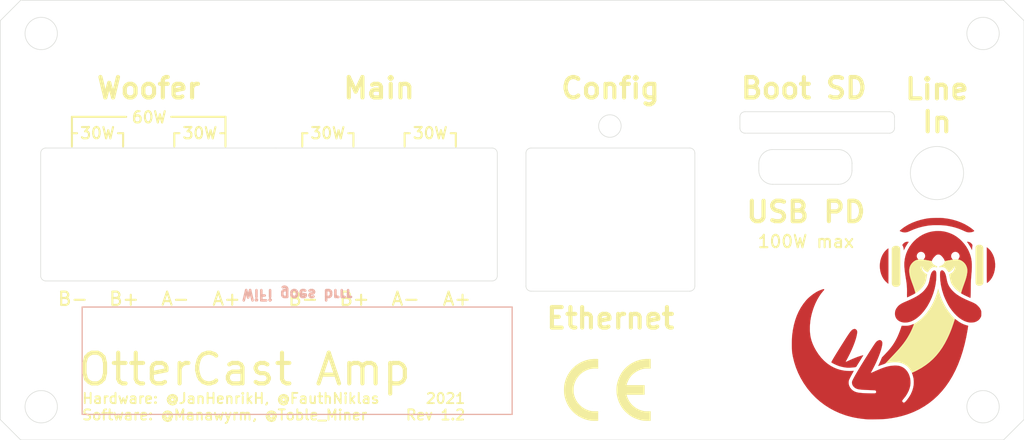
<source format=kicad_pcb>
(kicad_pcb (version 20171130) (host pcbnew 5.1.5+dfsg1-2build2)

  (general
    (thickness 1)
    (drawings 99)
    (tracks 0)
    (zones 0)
    (modules 4)
    (nets 1)
  )

  (page A4)
  (layers
    (0 F.Cu signal)
    (31 B.Cu signal)
    (32 B.Adhes user)
    (33 F.Adhes user)
    (34 B.Paste user)
    (35 F.Paste user)
    (36 B.SilkS user)
    (37 F.SilkS user)
    (38 B.Mask user hide)
    (39 F.Mask user)
    (40 Dwgs.User user)
    (41 Cmts.User user)
    (42 Eco1.User user)
    (43 Eco2.User user)
    (44 Edge.Cuts user)
    (45 Margin user)
    (46 B.CrtYd user)
    (47 F.CrtYd user)
    (48 B.Fab user)
    (49 F.Fab user)
  )

  (setup
    (last_trace_width 0.25)
    (trace_clearance 0.2)
    (zone_clearance 0.508)
    (zone_45_only no)
    (trace_min 0.2)
    (via_size 0.8)
    (via_drill 0.4)
    (via_min_size 0.4)
    (via_min_drill 0.3)
    (uvia_size 0.3)
    (uvia_drill 0.1)
    (uvias_allowed no)
    (uvia_min_size 0.2)
    (uvia_min_drill 0.1)
    (edge_width 0.05)
    (segment_width 0.2)
    (pcb_text_width 0.3)
    (pcb_text_size 1.5 1.5)
    (mod_edge_width 0.12)
    (mod_text_size 1 1)
    (mod_text_width 0.15)
    (pad_size 1.524 1.524)
    (pad_drill 0.762)
    (pad_to_mask_clearance 0.051)
    (solder_mask_min_width 0.25)
    (aux_axis_origin 0 0)
    (visible_elements FFFFFF7F)
    (pcbplotparams
      (layerselection 0x010fc_ffffffff)
      (usegerberextensions true)
      (usegerberattributes false)
      (usegerberadvancedattributes false)
      (creategerberjobfile false)
      (excludeedgelayer true)
      (linewidth 0.100000)
      (plotframeref false)
      (viasonmask false)
      (mode 1)
      (useauxorigin false)
      (hpglpennumber 1)
      (hpglpenspeed 20)
      (hpglpendiameter 15.000000)
      (psnegative false)
      (psa4output false)
      (plotreference true)
      (plotvalue false)
      (plotinvisibletext false)
      (padsonsilk false)
      (subtractmaskfromsilk false)
      (outputformat 1)
      (mirror false)
      (drillshape 0)
      (scaleselection 1)
      (outputdirectory "gerber_back"))
  )

  (net 0 "")

  (net_class Default "This is the default net class."
    (clearance 0.2)
    (trace_width 0.25)
    (via_dia 0.8)
    (via_drill 0.4)
    (uvia_dia 0.3)
    (uvia_drill 0.1)
  )

  (module Symbol:CE-Logo_8.5x6mm_SilkScreen (layer F.Cu) (tedit 0) (tstamp 603F07E1)
    (at 159.3 95.1)
    (descr "CE marking")
    (tags "Logo CE certification")
    (attr virtual)
    (fp_text reference REF** (at 0 0) (layer F.SilkS) hide
      (effects (font (size 1 1) (thickness 0.15)))
    )
    (fp_text value CE-Logo_8.5x6mm_SilkScreen (at 0.75 0) (layer F.Fab) hide
      (effects (font (size 1 1) (thickness 0.15)))
    )
    (fp_poly (pts (xy 4.233335 -2.083594) (xy 3.938985 -2.083305) (xy 3.83701 -2.08288) (xy 3.756355 -2.081592)
      (xy 3.691888 -2.079086) (xy 3.638476 -2.075004) (xy 3.590988 -2.068992) (xy 3.544289 -2.060692)
      (xy 3.510389 -2.053564) (xy 3.280549 -1.990246) (xy 3.061232 -1.903988) (xy 2.854201 -1.795991)
      (xy 2.66122 -1.667456) (xy 2.484049 -1.519582) (xy 2.324453 -1.35357) (xy 2.184193 -1.170621)
      (xy 2.159554 -1.133551) (xy 2.107756 -1.046598) (xy 2.054855 -0.94518) (xy 2.003836 -0.836134)
      (xy 1.957682 -0.726298) (xy 1.919375 -0.622512) (xy 1.891898 -0.531612) (xy 1.885804 -0.506016)
      (xy 1.876439 -0.463021) (xy 3.638021 -0.463021) (xy 3.638021 0.47625) (xy 1.876439 0.47625)
      (xy 1.885804 0.519244) (xy 1.910864 0.610611) (xy 1.948352 0.716469) (xy 1.995185 0.829878)
      (xy 2.048282 0.943892) (xy 2.10456 1.051569) (xy 2.160936 1.145967) (xy 2.170392 1.160319)
      (xy 2.314134 1.351791) (xy 2.475333 1.52363) (xy 2.65299 1.675163) (xy 2.846109 1.805719)
      (xy 3.053691 1.914624) (xy 3.274738 2.001206) (xy 3.508255 2.064794) (xy 3.513956 2.066021)
      (xy 3.566538 2.076622) (xy 3.614958 2.084513) (xy 3.664609 2.090078) (xy 3.720881 2.093702)
      (xy 3.789168 2.095769) (xy 3.874859 2.096664) (xy 3.945599 2.096799) (xy 4.233333 2.096776)
      (xy 4.233333 3.029479) (xy 3.945599 3.027762) (xy 3.853624 3.026709) (xy 3.763891 3.024766)
      (xy 3.682158 3.022126) (xy 3.614179 3.018981) (xy 3.565711 3.015526) (xy 3.558646 3.014789)
      (xy 3.333237 2.978594) (xy 3.101386 2.921376) (xy 2.869425 2.845284) (xy 2.643685 2.752465)
      (xy 2.430499 2.645068) (xy 2.374697 2.613135) (xy 2.211156 2.507667) (xy 2.045214 2.383545)
      (xy 1.883427 2.246431) (xy 1.73235 2.101982) (xy 1.59854 1.955859) (xy 1.561993 1.911607)
      (xy 1.400673 1.690012) (xy 1.259348 1.452378) (xy 1.139025 1.201089) (xy 1.040711 0.938532)
      (xy 0.965412 0.667092) (xy 0.914135 0.389155) (xy 0.91159 0.370416) (xy 0.904641 0.298751)
      (xy 0.899708 0.208046) (xy 0.896792 0.104923) (xy 0.895895 -0.003991) (xy 0.897019 -0.112075)
      (xy 0.900166 -0.212702) (xy 0.905338 -0.299248) (xy 0.911383 -0.357188) (xy 0.963339 -0.642106)
      (xy 1.038569 -0.917646) (xy 1.136391 -1.182191) (xy 1.256121 -1.434123) (xy 1.397076 -1.671823)
      (xy 1.558573 -1.893675) (xy 1.561993 -1.897921) (xy 1.74228 -2.100879) (xy 1.941422 -2.287344)
      (xy 2.156973 -2.455786) (xy 2.386485 -2.604675) (xy 2.627509 -2.732483) (xy 2.8776 -2.837678)
      (xy 3.134309 -2.918733) (xy 3.234619 -2.943231) (xy 3.35853 -2.969062) (xy 3.4737 -2.988408)
      (xy 3.58752 -3.002019) (xy 3.707385 -3.010644) (xy 3.840687 -3.015032) (xy 3.952213 -3.015992)
      (xy 4.233333 -3.01625) (xy 4.233335 -2.083594)) (layer F.SilkS) (width 0.01))
    (fp_poly (pts (xy -1.060813 -3.015685) (xy -0.99633 -3.014025) (xy -0.949697 -3.011055) (xy -0.929349 -3.007912)
      (xy -0.899583 -2.999935) (xy -0.899583 -2.07947) (xy -1.109119 -2.086741) (xy -1.318953 -2.086477)
      (xy -1.513141 -2.069618) (xy -1.69758 -2.034925) (xy -1.878168 -1.981161) (xy -2.060803 -1.907089)
      (xy -2.136511 -1.871121) (xy -2.317062 -1.772023) (xy -2.479702 -1.660674) (xy -2.632099 -1.531592)
      (xy -2.691378 -1.474295) (xy -2.848015 -1.299139) (xy -2.983527 -1.10848) (xy -3.097234 -0.903606)
      (xy -3.188456 -0.685807) (xy -3.256515 -0.456371) (xy -3.276674 -0.363803) (xy -3.288823 -0.279756)
      (xy -3.296934 -0.176766) (xy -3.301015 -0.062035) (xy -3.301074 0.057234) (xy -3.297116 0.173837)
      (xy -3.289149 0.280571) (xy -3.277181 0.370233) (xy -3.275943 0.377031) (xy -3.220089 0.605759)
      (xy -3.140701 0.823965) (xy -3.039069 1.030177) (xy -2.916478 1.222928) (xy -2.774219 1.400748)
      (xy -2.613579 1.562168) (xy -2.435845 1.705719) (xy -2.242307 1.829931) (xy -2.034252 1.933336)
      (xy -1.850763 2.002535) (xy -1.747623 2.034118) (xy -1.652893 2.058129) (xy -1.56013 2.075463)
      (xy -1.462894 2.087016) (xy -1.354742 2.09368) (xy -1.229233 2.096352) (xy -1.174089 2.096504)
      (xy -0.899583 2.096186) (xy -0.899583 3.013164) (xy -0.929349 3.021141) (xy -0.954749 3.024138)
      (xy -1.001744 3.026203) (xy -1.06549 3.027382) (xy -1.141142 3.027723) (xy -1.223854 3.027274)
      (xy -1.308783 3.026083) (xy -1.391083 3.024197) (xy -1.465909 3.021663) (xy -1.528417 3.018531)
      (xy -1.573762 3.014847) (xy -1.574271 3.014789) (xy -1.687271 2.998341) (xy -1.814872 2.973706)
      (xy -1.947338 2.943083) (xy -2.074934 2.908667) (xy -2.156016 2.883536) (xy -2.420553 2.782498)
      (xy -2.671277 2.659513) (xy -2.907195 2.515777) (xy -3.12732 2.352487) (xy -3.33066 2.170838)
      (xy -3.516227 1.972026) (xy -3.68303 1.757247) (xy -3.830079 1.527698) (xy -3.956385 1.284573)
      (xy -4.060958 1.02907) (xy -4.142808 0.762383) (xy -4.200945 0.485709) (xy -4.214162 0.396875)
      (xy -4.222618 0.312107) (xy -4.228437 0.208118) (xy -4.231618 0.092009) (xy -4.232161 -0.029113)
      (xy -4.230066 -0.148146) (xy -4.225334 -0.257986) (xy -4.217963 -0.351528) (xy -4.214162 -0.383646)
      (xy -4.163241 -0.666294) (xy -4.087795 -0.939386) (xy -3.988081 -1.202286) (xy -3.864354 -1.454363)
      (xy -3.716872 -1.694983) (xy -3.638048 -1.805782) (xy -3.45977 -2.023277) (xy -3.263767 -2.221656)
      (xy -3.051402 -2.400118) (xy -2.824041 -2.557867) (xy -2.583047 -2.694103) (xy -2.329787 -2.808029)
      (xy -2.065623 -2.898847) (xy -1.791921 -2.965759) (xy -1.60112 -2.997187) (xy -1.548646 -3.00251)
      (xy -1.479782 -3.00707) (xy -1.399419 -3.010788) (xy -1.31245 -3.013587) (xy -1.223764 -3.015388)
      (xy -1.138255 -3.016113) (xy -1.060813 -3.015685)) (layer F.SilkS) (width 0.01))
  )

  (module ottercast:ottercast_silk (layer F.Cu) (tedit 0) (tstamp 603F03DF)
    (at 186.8 88)
    (fp_text reference G*** (at 0 0) (layer F.SilkS) hide
      (effects (font (size 1.524 1.524) (thickness 0.3)))
    )
    (fp_text value LOGO (at 0.75 0) (layer F.SilkS) hide
      (effects (font (size 1.524 1.524) (thickness 0.3)))
    )
    (fp_poly (pts (xy 8.977545 -7.076763) (xy 9.080994 -7.033728) (xy 9.15715 -6.960493) (xy 9.186331 -6.910921)
      (xy 9.193912 -6.894265) (xy 9.200528 -6.875808) (xy 9.206246 -6.852722) (xy 9.21113 -6.822177)
      (xy 9.215244 -6.781343) (xy 9.218653 -6.72739) (xy 9.221424 -6.657489) (xy 9.223619 -6.568811)
      (xy 9.225304 -6.458525) (xy 9.226544 -6.323803) (xy 9.227404 -6.161814) (xy 9.227949 -5.96973)
      (xy 9.228242 -5.744719) (xy 9.228351 -5.483954) (xy 9.228338 -5.184603) (xy 9.228318 -5.078609)
      (xy 9.22797 -3.33375) (xy 9.180693 -3.251287) (xy 9.119621 -3.172405) (xy 9.039581 -3.121574)
      (xy 8.933693 -3.095571) (xy 8.837413 -3.090413) (xy 8.738586 -3.094891) (xy 8.66764 -3.109971)
      (xy 8.619931 -3.132552) (xy 8.560089 -3.181293) (xy 8.510334 -3.241262) (xy 8.508885 -3.243598)
      (xy 8.501426 -3.256792) (xy 8.494904 -3.27214) (xy 8.489257 -3.292414) (xy 8.484422 -3.320384)
      (xy 8.480335 -3.358818) (xy 8.476934 -3.410488) (xy 8.474155 -3.478162) (xy 8.471936 -3.564612)
      (xy 8.470213 -3.672606) (xy 8.468923 -3.804915) (xy 8.468002 -3.964309) (xy 8.467389 -4.153557)
      (xy 8.467019 -4.375429) (xy 8.466829 -4.632696) (xy 8.466757 -4.928127) (xy 8.466746 -5.092745)
      (xy 8.466667 -6.872906) (xy 8.514292 -6.942678) (xy 8.588767 -7.021856) (xy 8.68543 -7.070219)
      (xy 8.809396 -7.09006) (xy 8.844454 -7.090833) (xy 8.977545 -7.076763)) (layer F.SilkS) (width 0.01))
    (fp_poly (pts (xy 0.851823 -6.971321) (xy 0.934176 -6.947822) (xy 0.999443 -6.905573) (xy 1.059937 -6.838819)
      (xy 1.067609 -6.82869) (xy 1.075362 -6.817623) (xy 1.082149 -6.80471) (xy 1.088043 -6.787193)
      (xy 1.093119 -6.76231) (xy 1.097452 -6.727303) (xy 1.101114 -6.679411) (xy 1.104182 -6.615875)
      (xy 1.106728 -6.533936) (xy 1.108827 -6.430833) (xy 1.110554 -6.303806) (xy 1.111983 -6.150097)
      (xy 1.113188 -5.966946) (xy 1.114243 -5.751592) (xy 1.115222 -5.501276) (xy 1.116201 -5.213238)
      (xy 1.116894 -4.997442) (xy 1.122538 -3.22464) (xy 1.07456 -3.154141) (xy 1.018433 -3.082005)
      (xy 0.95996 -3.03452) (xy 0.88801 -3.006449) (xy 0.79145 -2.99256) (xy 0.723442 -2.989057)
      (xy 0.628561 -2.987504) (xy 0.562815 -2.99169) (xy 0.513164 -3.00368) (xy 0.466571 -3.025542)
      (xy 0.456263 -3.031402) (xy 0.392695 -3.079621) (xy 0.338947 -3.139037) (xy 0.329263 -3.153845)
      (xy 0.321501 -3.167781) (xy 0.314721 -3.183279) (xy 0.308858 -3.203137) (xy 0.303844 -3.230152)
      (xy 0.299614 -3.267122) (xy 0.2961 -3.316844) (xy 0.293236 -3.382115) (xy 0.290956 -3.465733)
      (xy 0.289193 -3.570496) (xy 0.287881 -3.699201) (xy 0.286953 -3.854645) (xy 0.286343 -4.039627)
      (xy 0.285984 -4.256943) (xy 0.28581 -4.50939) (xy 0.285754 -4.799767) (xy 0.28575 -4.98475)
      (xy 0.28575 -6.741583) (xy 0.334173 -6.819457) (xy 0.405581 -6.901557) (xy 0.501403 -6.95464)
      (xy 0.625127 -6.980099) (xy 0.740071 -6.981827) (xy 0.851823 -6.971321)) (layer F.SilkS) (width 0.01))
    (fp_poly (pts (xy 3.347489 -5.633865) (xy 3.387222 -5.629141) (xy 3.463971 -5.618286) (xy 3.565162 -5.602164)
      (xy 3.681251 -5.582495) (xy 3.802698 -5.561) (xy 3.919962 -5.5394) (xy 4.023501 -5.519414)
      (xy 4.103774 -5.502765) (xy 4.149578 -5.491667) (xy 4.17429 -5.466912) (xy 4.198771 -5.415513)
      (xy 4.207386 -5.388073) (xy 4.238731 -5.310547) (xy 4.285228 -5.235212) (xy 4.298051 -5.219431)
      (xy 4.344768 -5.1779) (xy 4.41424 -5.129488) (xy 4.495145 -5.080611) (xy 4.576159 -5.037682)
      (xy 4.645962 -5.007118) (xy 4.693231 -4.995335) (xy 4.693555 -4.995333) (xy 4.714117 -4.984598)
      (xy 4.712366 -4.946499) (xy 4.710157 -4.937169) (xy 4.69561 -4.887975) (xy 4.676274 -4.870857)
      (xy 4.63762 -4.878379) (xy 4.612255 -4.887053) (xy 4.501357 -4.908632) (xy 4.377101 -4.90628)
      (xy 4.260254 -4.88112) (xy 4.222508 -4.865997) (xy 4.138491 -4.812279) (xy 4.047894 -4.731115)
      (xy 3.961444 -4.633693) (xy 3.889866 -4.531203) (xy 3.873098 -4.501522) (xy 3.84142 -4.446148)
      (xy 3.816479 -4.410275) (xy 3.807329 -4.402667) (xy 3.755198 -4.416791) (xy 3.682561 -4.454795)
      (xy 3.598343 -4.510131) (xy 3.511469 -4.576247) (xy 3.430862 -4.646593) (xy 3.365446 -4.714619)
      (xy 3.342592 -4.743779) (xy 3.308491 -4.801129) (xy 3.270432 -4.879049) (xy 3.244604 -4.940621)
      (xy 3.195068 -5.069417) (xy 3.202981 -4.906013) (xy 3.230506 -4.727106) (xy 3.294465 -4.569657)
      (xy 3.394455 -4.434269) (xy 3.530071 -4.321542) (xy 3.636219 -4.261154) (xy 3.700499 -4.226858)
      (xy 3.732732 -4.200089) (xy 3.740491 -4.173454) (xy 3.738475 -4.16133) (xy 3.730462 -4.123353)
      (xy 3.717055 -4.053961) (xy 3.700204 -3.963429) (xy 3.683906 -3.8735) (xy 3.662985 -3.762973)
      (xy 3.640576 -3.654965) (xy 3.619737 -3.563734) (xy 3.606944 -3.514773) (xy 3.530594 -3.31785)
      (xy 3.41671 -3.118631) (xy 3.269439 -2.922237) (xy 3.092924 -2.733791) (xy 2.891313 -2.558413)
      (xy 2.747536 -2.453008) (xy 2.677623 -2.406038) (xy 2.634669 -2.380679) (xy 2.611032 -2.374151)
      (xy 2.599072 -2.383674) (xy 2.593948 -2.397125) (xy 2.584976 -2.428076) (xy 2.567663 -2.489378)
      (xy 2.544949 -2.570579) (xy 2.531181 -2.620082) (xy 2.502433 -2.716279) (xy 2.463286 -2.837194)
      (xy 2.418658 -2.968081) (xy 2.373471 -3.094192) (xy 2.368761 -3.106915) (xy 2.283668 -3.337914)
      (xy 2.213012 -3.534952) (xy 2.155352 -3.70331) (xy 2.109245 -3.848269) (xy 2.073249 -3.97511)
      (xy 2.045921 -4.089114) (xy 2.025819 -4.195561) (xy 2.011502 -4.299734) (xy 2.001526 -4.406912)
      (xy 1.99754 -4.466167) (xy 2.0002 -4.688357) (xy 2.037475 -4.888298) (xy 2.110872 -5.07012)
      (xy 2.221898 -5.237956) (xy 2.31803 -5.34458) (xy 2.452952 -5.462135) (xy 2.595048 -5.549961)
      (xy 2.749934 -5.609553) (xy 2.923226 -5.642404) (xy 3.120539 -5.65001) (xy 3.347489 -5.633865)) (layer F.SilkS) (width 0.01))
    (fp_poly (pts (xy 6.806551 -5.634432) (xy 6.820312 -5.631747) (xy 7.004451 -5.572283) (xy 7.175779 -5.476202)
      (xy 7.329273 -5.348501) (xy 7.45991 -5.194174) (xy 7.562666 -5.018216) (xy 7.632518 -4.825624)
      (xy 7.633038 -4.82361) (xy 7.656637 -4.670067) (xy 7.657482 -4.486171) (xy 7.636287 -4.276802)
      (xy 7.593768 -4.046839) (xy 7.530641 -3.801162) (xy 7.44762 -3.54465) (xy 7.444111 -3.534833)
      (xy 7.367216 -3.320207) (xy 7.303355 -3.141267) (xy 7.251125 -2.993908) (xy 7.209124 -2.874021)
      (xy 7.175947 -2.777498) (xy 7.150193 -2.700232) (xy 7.130457 -2.638114) (xy 7.115337 -2.587038)
      (xy 7.103429 -2.542895) (xy 7.098336 -2.522525) (xy 7.07895 -2.449101) (xy 7.061291 -2.392416)
      (xy 7.049184 -2.364741) (xy 7.027112 -2.369473) (xy 6.978722 -2.395078) (xy 6.911654 -2.437154)
      (xy 6.849845 -2.479602) (xy 6.643365 -2.642482) (xy 6.456112 -2.82201) (xy 6.29394 -3.011493)
      (xy 6.162701 -3.204238) (xy 6.084564 -3.354815) (xy 6.061289 -3.419366) (xy 6.033716 -3.514469)
      (xy 6.00478 -3.628964) (xy 5.977418 -3.751695) (xy 5.96845 -3.796094) (xy 5.945934 -3.910563)
      (xy 5.92563 -4.012906) (xy 5.90922 -4.094707) (xy 5.898387 -4.14755) (xy 5.8956 -4.160426)
      (xy 5.8965 -4.18708) (xy 5.917814 -4.211626) (xy 5.966892 -4.240383) (xy 6.015625 -4.263622)
      (xy 6.168614 -4.355171) (xy 6.28952 -4.47394) (xy 6.377345 -4.618414) (xy 6.431095 -4.787078)
      (xy 6.448058 -4.92125) (xy 6.451787 -4.988376) (xy 6.451947 -5.026839) (xy 6.445752 -5.034621)
      (xy 6.430413 -5.009709) (xy 6.403144 -4.950086) (xy 6.364131 -4.860564) (xy 6.314856 -4.776526)
      (xy 6.239966 -4.682874) (xy 6.150449 -4.591263) (xy 6.057293 -4.513349) (xy 6.002639 -4.477096)
      (xy 5.923593 -4.436413) (xy 5.858538 -4.412934) (xy 5.814801 -4.408576) (xy 5.799667 -4.423984)
      (xy 5.786897 -4.460613) (xy 5.753254 -4.51935) (xy 5.705734 -4.590439) (xy 5.651335 -4.664127)
      (xy 5.597054 -4.730655) (xy 5.549889 -4.78027) (xy 5.535165 -4.792752) (xy 5.438386 -4.854741)
      (xy 5.33776 -4.892288) (xy 5.223891 -4.906985) (xy 5.087381 -4.900423) (xy 4.98475 -4.885961)
      (xy 4.951917 -4.89084) (xy 4.93716 -4.926497) (xy 4.935719 -4.937125) (xy 4.937315 -4.980353)
      (xy 4.96036 -4.994904) (xy 4.96938 -4.995333) (xy 5.025084 -5.007867) (xy 5.101027 -5.040887)
      (xy 5.185139 -5.087523) (xy 5.265351 -5.140907) (xy 5.329596 -5.194167) (xy 5.342953 -5.207983)
      (xy 5.394364 -5.27858) (xy 5.434422 -5.357625) (xy 5.444352 -5.387095) (xy 5.466097 -5.445921)
      (xy 5.491703 -5.48484) (xy 5.502422 -5.491939) (xy 5.533403 -5.498967) (xy 5.598339 -5.51215)
      (xy 5.689552 -5.52998) (xy 5.799363 -5.550949) (xy 5.884333 -5.566903) (xy 6.117584 -5.605827)
      (xy 6.331419 -5.632387) (xy 6.520849 -5.646239) (xy 6.680889 -5.647036) (xy 6.806551 -5.634432)) (layer F.SilkS) (width 0.01))
    (fp_poly (pts (xy 4.855772 -2.654989) (xy 4.987961 -2.205064) (xy 5.155171 -1.764484) (xy 5.354663 -1.338323)
      (xy 5.583699 -0.931654) (xy 5.839541 -0.549553) (xy 6.11945 -0.197094) (xy 6.274232 -0.026555)
      (xy 6.452065 0.160317) (xy 6.288255 0.646367) (xy 6.207238 0.883708) (xy 6.134322 1.089635)
      (xy 6.06575 1.273371) (xy 5.99777 1.444143) (xy 5.926624 1.611173) (xy 5.848558 1.783687)
      (xy 5.759817 1.97091) (xy 5.694033 2.106083) (xy 5.451975 2.568032) (xy 5.196628 2.992151)
      (xy 4.92521 3.38162) (xy 4.634935 3.739616) (xy 4.323022 4.06932) (xy 3.986687 4.373912)
      (xy 3.623145 4.656569) (xy 3.230247 4.920076) (xy 3.147202 4.969721) (xy 3.042263 5.029133)
      (xy 2.922636 5.094572) (xy 2.795528 5.162294) (xy 2.668144 5.22856) (xy 2.547691 5.289627)
      (xy 2.441374 5.341754) (xy 2.356401 5.381199) (xy 2.299977 5.404221) (xy 2.294142 5.406111)
      (xy 2.271057 5.407959) (xy 2.248045 5.394372) (xy 2.219899 5.359306) (xy 2.181414 5.296717)
      (xy 2.145976 5.234083) (xy 2.01537 5.036234) (xy 1.857157 4.857929) (xy 1.678945 4.70657)
      (xy 1.488339 4.589564) (xy 1.47934 4.585101) (xy 1.337545 4.520371) (xy 1.206428 4.472646)
      (xy 1.071013 4.437701) (xy 0.916326 4.411315) (xy 0.820167 4.399213) (xy 0.618869 4.388437)
      (xy 0.390844 4.397962) (xy 0.146063 4.42698) (xy -0.102625 4.474035) (xy -0.191119 4.493077)
      (xy -0.26191 4.506694) (xy -0.306455 4.513343) (xy -0.3175 4.512822) (xy -0.312159 4.503678)
      (xy -0.294747 4.482434) (xy -0.26318 4.44686) (xy -0.215374 4.394723) (xy -0.149245 4.323792)
      (xy -0.062711 4.231836) (xy 0.046314 4.116624) (xy 0.179912 3.975923) (xy 0.340167 3.807502)
      (xy 0.388184 3.757083) (xy 0.632976 3.497298) (xy 0.848896 3.262071) (xy 1.038895 3.048044)
      (xy 1.205925 2.851858) (xy 1.352937 2.670155) (xy 1.422853 2.579752) (xy 1.628234 2.294507)
      (xy 1.823321 1.993903) (xy 2.003145 1.686738) (xy 2.162739 1.381814) (xy 2.297136 1.087931)
      (xy 2.371606 0.898867) (xy 2.464546 0.644152) (xy 2.613398 0.557596) (xy 2.903528 0.366075)
      (xy 3.18338 0.136169) (xy 3.450771 -0.128956) (xy 3.703519 -0.426135) (xy 3.939444 -0.752201)
      (xy 4.156363 -1.103988) (xy 4.352095 -1.478329) (xy 4.524459 -1.872059) (xy 4.671272 -2.282011)
      (xy 4.747694 -2.539955) (xy 4.819041 -2.801216) (xy 4.855772 -2.654989)) (layer F.SilkS) (width 0.01))
  )

  (module ottercast:ottercast_mask (layer F.Cu) (tedit 0) (tstamp 603F0149)
    (at 186.8 88)
    (fp_text reference G*** (at 0 0) (layer F.SilkS) hide
      (effects (font (size 1.524 1.524) (thickness 0.3)))
    )
    (fp_text value LOGO (at 0.75 0) (layer F.SilkS) hide
      (effects (font (size 1.524 1.524) (thickness 0.3)))
    )
    (fp_poly (pts (xy 4.998457 -10.321184) (xy 5.501966 -10.286495) (xy 5.995026 -10.219319) (xy 6.474802 -10.120616)
      (xy 6.938456 -9.991347) (xy 7.383155 -9.832474) (xy 7.806062 -9.644957) (xy 8.204342 -9.429757)
      (xy 8.575159 -9.187835) (xy 8.915677 -8.920152) (xy 9.087683 -8.763577) (xy 9.355691 -8.482229)
      (xy 9.582607 -8.191728) (xy 9.76888 -7.891085) (xy 9.914958 -7.579307) (xy 10.02129 -7.255402)
      (xy 10.088324 -6.918378) (xy 10.116508 -6.567245) (xy 10.117542 -6.48522) (xy 10.118306 -6.373947)
      (xy 10.12171 -6.293498) (xy 10.129613 -6.232373) (xy 10.143874 -6.179069) (xy 10.166352 -6.122085)
      (xy 10.181861 -6.087279) (xy 10.278311 -5.831714) (xy 10.343326 -5.564337) (xy 10.377845 -5.289898)
      (xy 10.38281 -5.013148) (xy 10.359162 -4.738836) (xy 10.307844 -4.471712) (xy 10.229796 -4.216525)
      (xy 10.12596 -3.978027) (xy 9.997278 -3.760966) (xy 9.84469 -3.570092) (xy 9.669138 -3.410156)
      (xy 9.648138 -3.394415) (xy 9.587696 -3.343135) (xy 9.552252 -3.298424) (xy 9.546167 -3.2788)
      (xy 9.533352 -3.219269) (xy 9.499275 -3.140544) (xy 9.450483 -3.055346) (xy 9.393526 -2.976397)
      (xy 9.385673 -2.967034) (xy 9.324217 -2.909195) (xy 9.24456 -2.852024) (xy 9.19108 -2.821749)
      (xy 9.13308 -2.795056) (xy 9.081742 -2.777802) (xy 9.025082 -2.767988) (xy 8.951119 -2.763615)
      (xy 8.847869 -2.762684) (xy 8.837083 -2.7627) (xy 8.728775 -2.76404) (xy 8.651652 -2.768699)
      (xy 8.594599 -2.778372) (xy 8.546499 -2.794758) (xy 8.509 -2.812792) (xy 8.44619 -2.847866)
      (xy 8.395297 -2.880325) (xy 8.379851 -2.892153) (xy 8.362476 -2.903221) (xy 8.350865 -2.894927)
      (xy 8.34257 -2.860452) (xy 8.335142 -2.792977) (xy 8.332226 -2.759493) (xy 8.327856 -2.685854)
      (xy 8.324061 -2.57998) (xy 8.321078 -2.451968) (xy 8.319146 -2.311914) (xy 8.3185 -2.177278)
      (xy 8.3185 -1.757443) (xy 8.450792 -1.690741) (xy 8.691877 -1.548523) (xy 8.899817 -1.382106)
      (xy 9.073439 -1.192704) (xy 9.211573 -0.98153) (xy 9.284086 -0.827479) (xy 9.350035 -0.612272)
      (xy 9.37639 -0.397244) (xy 9.365092 -0.186609) (xy 9.318082 0.015418) (xy 9.237303 0.204621)
      (xy 9.124697 0.376786) (xy 8.982205 0.527698) (xy 8.81177 0.653143) (xy 8.615333 0.748905)
      (xy 8.546816 0.772744) (xy 8.443455 0.800959) (xy 8.331474 0.824693) (xy 8.234814 0.838882)
      (xy 8.233344 0.83902) (xy 8.156278 0.847047) (xy 8.111446 0.856524) (xy 8.088896 0.87245)
      (xy 8.078677 0.899826) (xy 8.075237 0.918461) (xy 8.068418 0.958808) (xy 8.055847 1.033546)
      (xy 8.038759 1.13531) (xy 8.018391 1.256739) (xy 7.995979 1.390469) (xy 7.99033 1.424195)
      (xy 7.850278 2.165885) (xy 7.683571 2.878373) (xy 7.490465 3.561096) (xy 7.271219 4.213493)
      (xy 7.02609 4.835003) (xy 6.755336 5.425065) (xy 6.459215 5.983115) (xy 6.137984 6.508593)
      (xy 5.791901 7.000938) (xy 5.421224 7.459588) (xy 5.026345 7.883845) (xy 4.604391 8.277126)
      (xy 4.159764 8.63559) (xy 3.692072 8.959412) (xy 3.200923 9.248768) (xy 2.685925 9.503833)
      (xy 2.146686 9.724782) (xy 1.582815 9.911791) (xy 0.99392 10.065036) (xy 0.379608 10.18469)
      (xy -0.260513 10.270931) (xy -0.322656 10.27739) (xy -0.449554 10.287763) (xy -0.609226 10.296931)
      (xy -0.793878 10.304767) (xy -0.995717 10.311148) (xy -1.206948 10.315947) (xy -1.419779 10.319041)
      (xy -1.626414 10.320303) (xy -1.819061 10.319608) (xy -1.989925 10.316832) (xy -2.131213 10.31185)
      (xy -2.201333 10.307537) (xy -2.826751 10.240242) (xy -3.431373 10.136309) (xy -4.01505 9.995783)
      (xy -4.577634 9.81871) (xy -5.118977 9.605136) (xy -5.638929 9.355107) (xy -6.05072 9.122005)
      (xy -6.375236 8.914508) (xy -6.679233 8.69709) (xy -6.972489 8.462014) (xy -7.264784 8.201541)
      (xy -7.494315 7.979833) (xy -7.836209 7.621536) (xy -8.142726 7.261141) (xy -8.420284 6.889807)
      (xy -8.675299 6.498694) (xy -8.914188 6.078959) (xy -9.015136 5.884333) (xy -9.254791 5.367828)
      (xy -9.452336 4.851047) (xy -9.551131 4.522425) (xy -0.331797 4.522425) (xy -0.30979 4.520702)
      (xy -0.255059 4.510999) (xy -0.176108 4.494943) (xy -0.091131 4.476353) (xy 0.202002 4.424213)
      (xy 0.491655 4.399499) (xy 0.769587 4.402354) (xy 1.027556 4.432921) (xy 1.132417 4.455137)
      (xy 1.362375 4.532179) (xy 1.579631 4.645613) (xy 1.778383 4.790748) (xy 1.95283 4.962897)
      (xy 2.097173 5.15737) (xy 2.173742 5.296958) (xy 2.211472 5.3656) (xy 2.245595 5.408397)
      (xy 2.264873 5.418667) (xy 2.293404 5.409498) (xy 2.353208 5.383957) (xy 2.437892 5.344994)
      (xy 2.541061 5.295557) (xy 2.656322 5.238594) (xy 2.667765 5.23285) (xy 2.915315 5.10445)
      (xy 3.134771 4.981331) (xy 3.338383 4.85596) (xy 3.538403 4.720803) (xy 3.741331 4.572658)
      (xy 4.091182 4.287645) (xy 4.420108 3.974534) (xy 4.72903 3.631896) (xy 5.018868 3.258304)
      (xy 5.290543 2.852328) (xy 5.544974 2.412542) (xy 5.783083 1.937517) (xy 6.005788 1.425826)
      (xy 6.21401 0.87604) (xy 6.316059 0.577078) (xy 6.45723 0.14874) (xy 6.294812 -0.015588)
      (xy 6.026364 -0.31349) (xy 5.77418 -0.645786) (xy 5.541502 -1.006588) (xy 5.33157 -1.390012)
      (xy 5.147623 -1.79017) (xy 4.992903 -2.201177) (xy 4.877479 -2.590331) (xy 4.818205 -2.820579)
      (xy 4.768739 -2.632665) (xy 4.648416 -2.230001) (xy 4.503315 -1.838615) (xy 4.335661 -1.461796)
      (xy 4.147681 -1.102835) (xy 3.941599 -0.765023) (xy 3.719642 -0.451649) (xy 3.484035 -0.166004)
      (xy 3.237004 0.088621) (xy 2.980774 0.308937) (xy 2.717572 0.491654) (xy 2.615091 0.551146)
      (xy 2.460245 0.63613) (xy 2.392402 0.830413) (xy 2.241376 1.210607) (xy 2.051941 1.597879)
      (xy 1.826468 1.987952) (xy 1.56733 2.376553) (xy 1.431786 2.561167) (xy 1.35217 2.665321)
      (xy 1.274517 2.764306) (xy 1.195614 2.861739) (xy 1.112251 2.961235) (xy 1.021215 3.066411)
      (xy 0.919294 3.180883) (xy 0.803277 3.308268) (xy 0.669951 3.452181) (xy 0.516105 3.616238)
      (xy 0.338526 3.804057) (xy 0.174737 3.976457) (xy 0.055824 4.101801) (xy -0.052975 4.217203)
      (xy -0.148408 4.319158) (xy -0.227223 4.404162) (xy -0.286168 4.468709) (xy -0.321993 4.509295)
      (xy -0.331797 4.522425) (xy -9.551131 4.522425) (xy -9.60773 4.33416) (xy -9.72093 3.817335)
      (xy -9.791893 3.30074) (xy -9.820578 2.784544) (xy -9.821247 2.691215) (xy -9.805268 2.131714)
      (xy -9.757993 1.591609) (xy -9.68 1.072184) (xy -9.571867 0.574726) (xy -9.434173 0.100518)
      (xy -9.267496 -0.349154) (xy -9.072413 -0.773004) (xy -8.849502 -1.169748) (xy -8.599343 -1.5381)
      (xy -8.322512 -1.876775) (xy -8.019588 -2.184489) (xy -7.691148 -2.459955) (xy -7.41821 -2.651229)
      (xy -7.284277 -2.731827) (xy -7.135959 -2.811196) (xy -6.980602 -2.886273) (xy -6.825555 -2.953997)
      (xy -6.678166 -3.011306) (xy -6.545781 -3.055136) (xy -6.435749 -3.082427) (xy -6.364572 -3.090334)
      (xy -6.243381 -3.07034) (xy -6.137191 -3.012509) (xy -6.050718 -2.920071) (xy -6.009129 -2.846917)
      (xy -5.979936 -2.766322) (xy -5.972236 -2.689825) (xy -5.988237 -2.611316) (xy -6.030142 -2.524685)
      (xy -6.100158 -2.423823) (xy -6.20049 -2.30262) (xy -6.209197 -2.292655) (xy -6.410446 -2.037868)
      (xy -6.60031 -1.747672) (xy -6.775926 -1.428122) (xy -6.934435 -1.085276) (xy -7.072976 -0.725191)
      (xy -7.188686 -0.353923) (xy -7.259204 -0.069794) (xy -7.303957 0.150054) (xy -7.336839 0.354591)
      (xy -7.359763 0.559632) (xy -7.374642 0.780996) (xy -7.380716 0.934979) (xy -7.382273 1.2712)
      (xy -7.363583 1.577841) (xy -7.322646 1.863524) (xy -7.257459 2.136868) (xy -7.16602 2.406494)
      (xy -7.046328 2.681023) (xy -6.917096 2.931583) (xy -6.771269 3.179402) (xy -6.6102 3.420685)
      (xy -6.440046 3.647349) (xy -6.266966 3.851315) (xy -6.097115 4.024499) (xy -6.055612 4.062275)
      (xy -5.906252 4.194693) (xy -5.858802 4.113472) (xy -5.77391 3.969914) (xy -5.66839 3.794428)
      (xy -5.544509 3.590691) (xy -5.40453 3.362385) (xy -5.250718 3.113188) (xy -5.085339 2.846782)
      (xy -4.910658 2.566846) (xy -4.728939 2.277061) (xy -4.708629 2.244759) (xy -4.574761 2.032231)
      (xy -4.460795 1.852209) (xy -4.364342 1.701208) (xy -4.283008 1.575747) (xy -4.214405 1.472344)
      (xy -4.15614 1.387515) (xy -4.105822 1.317779) (xy -4.061061 1.259652) (xy -4.019465 1.209653)
      (xy -3.978643 1.164298) (xy -3.937 1.120916) (xy -3.814078 1.003623) (xy -3.704977 0.918541)
      (xy -3.601756 0.861571) (xy -3.496473 0.828611) (xy -3.381189 0.815562) (xy -3.344333 0.814917)
      (xy -3.253298 0.817448) (xy -3.18768 0.827559) (xy -3.130734 0.849026) (xy -3.086819 0.872976)
      (xy -2.954191 0.973224) (xy -2.856478 1.097301) (xy -2.793923 1.244744) (xy -2.766771 1.415092)
      (xy -2.765705 1.481667) (xy -2.778412 1.635004) (xy -2.81052 1.819801) (xy -2.860368 2.030795)
      (xy -2.926298 2.262722) (xy -3.006652 2.510318) (xy -3.09977 2.768319) (xy -3.203994 3.031461)
      (xy -3.317664 3.294481) (xy -3.378631 3.426648) (xy -3.421248 3.518393) (xy -3.455656 3.595147)
      (xy -3.478622 3.649498) (xy -3.486914 3.674031) (xy -3.486755 3.674634) (xy -3.465756 3.670191)
      (xy -3.413892 3.653422) (xy -3.339795 3.627229) (xy -3.280247 3.60519) (xy -3.024069 3.515479)
      (xy -2.769721 3.439046) (xy -2.531685 3.380127) (xy -2.460793 3.36556) (xy -2.371129 3.345907)
      (xy -2.296141 3.325239) (xy -2.246405 3.306682) (xy -2.23352 3.298373) (xy -2.215653 3.273398)
      (xy -2.178597 3.217653) (xy -2.12565 3.136237) (xy -2.060108 3.034249) (xy -1.985268 2.916788)
      (xy -1.914279 2.804583) (xy -1.788485 2.609082) (xy -1.678182 2.447185) (xy -1.579712 2.314741)
      (xy -1.489416 2.207602) (xy -1.403635 2.121617) (xy -1.31871 2.052637) (xy -1.230981 1.99651)
      (xy -1.17643 1.967748) (xy -1.088495 1.927943) (xy -1.016723 1.906232) (xy -0.94168 1.897799)
      (xy -0.891342 1.897078) (xy -0.736178 1.917217) (xy -0.599897 1.974331) (xy -0.485265 2.066251)
      (xy -0.395049 2.190807) (xy -0.335855 2.33281) (xy -0.314032 2.420427) (xy -0.303554 2.508876)
      (xy -0.304783 2.606933) (xy -0.31808 2.723376) (xy -0.343807 2.866979) (xy -0.361318 2.951124)
      (xy -0.378286 3.0349) (xy -0.389851 3.10156) (xy -0.394427 3.141428) (xy -0.393609 3.148279)
      (xy -0.374935 3.138958) (xy -0.335755 3.100198) (xy -0.28005 3.037097) (xy -0.2118 2.954752)
      (xy -0.134984 2.858259) (xy -0.053582 2.752715) (xy 0.028427 2.643216) (xy 0.107062 2.534859)
      (xy 0.178344 2.432741) (xy 0.238293 2.341957) (xy 0.247755 2.326921) (xy 0.32086 2.201918)
      (xy 0.403012 2.048418) (xy 0.488639 1.877648) (xy 0.572167 1.70084) (xy 0.648021 1.529224)
      (xy 0.671162 1.473837) (xy 0.706207 1.385766) (xy 0.745933 1.281504) (xy 0.787628 1.168705)
      (xy 0.828581 1.055023) (xy 0.86608 0.948112) (xy 0.897414 0.855626) (xy 0.91987 0.785219)
      (xy 0.930736 0.744546) (xy 0.931333 0.73948) (xy 0.91483 0.722192) (xy 0.871133 0.689022)
      (xy 0.808966 0.646499) (xy 0.794879 0.637314) (xy 0.622743 0.5013) (xy 0.479348 0.336364)
      (xy 0.368314 0.147659) (xy 0.293263 -0.059662) (xy 0.28679 -0.085786) (xy 0.256804 -0.302229)
      (xy 0.267012 -0.518624) (xy 0.315411 -0.731525) (xy 0.399997 -0.937485) (xy 0.518769 -1.133058)
      (xy 0.669724 -1.314797) (xy 0.850858 -1.479254) (xy 1.060169 -1.622984) (xy 1.233212 -1.71453)
      (xy 1.412049 -1.798336) (xy 1.425691 -1.928857) (xy 1.430462 -1.99541) (xy 1.434159 -2.088936)
      (xy 1.436809 -2.202878) (xy 1.438441 -2.330678) (xy 1.439083 -2.46578) (xy 1.438765 -2.601626)
      (xy 1.437514 -2.73166) (xy 1.43536 -2.849324) (xy 1.43233 -2.948061) (xy 1.428453 -3.021314)
      (xy 1.423758 -3.062526) (xy 1.420734 -3.069167) (xy 1.400722 -3.051682) (xy 1.377337 -3.00922)
      (xy 1.375765 -3.005503) (xy 1.32567 -2.923753) (xy 1.246782 -2.839562) (xy 1.150559 -2.763612)
      (xy 1.061622 -2.712537) (xy 1.00459 -2.687699) (xy 0.95265 -2.671473) (xy 0.894256 -2.662085)
      (xy 0.817863 -2.65776) (xy 0.711926 -2.656724) (xy 0.6985 -2.656734) (xy 0.554485 -2.661022)
      (xy 0.441532 -2.675742) (xy 0.348956 -2.704318) (xy 0.266069 -2.750173) (xy 0.182185 -2.816731)
      (xy 0.172802 -2.825134) (xy 0.113344 -2.891044) (xy 0.055224 -2.975906) (xy 0.00532 -3.067163)
      (xy -0.029491 -3.152262) (xy -0.042333 -3.217836) (xy -0.053602 -3.264008) (xy -0.092662 -3.30793)
      (xy -0.127438 -3.334054) (xy -0.217123 -3.406815) (xy -0.317239 -3.505159) (xy -0.417574 -3.617708)
      (xy -0.507917 -3.733088) (xy -0.571569 -3.828813) (xy -0.6962 -4.070125) (xy -0.78665 -4.319538)
      (xy -0.84468 -4.583889) (xy -0.872053 -4.870015) (xy -0.874839 -5.005917) (xy -0.870531 -5.20383)
      (xy -0.856347 -5.37336) (xy -0.83033 -5.527708) (xy -0.790518 -5.680079) (xy -0.76157 -5.769167)
      (xy -0.759529 -5.775796) (xy 0.277257 -5.775796) (xy 0.27781 -5.525985) (xy 0.278755 -5.239101)
      (xy 0.279802 -4.940759) (xy 0.28575 -3.203435) (xy 0.346691 -3.123547) (xy 0.406447 -3.059364)
      (xy 0.475452 -3.017551) (xy 0.563725 -2.994254) (xy 0.681289 -2.985622) (xy 0.706201 -2.985329)
      (xy 0.804924 -2.987838) (xy 0.87549 -2.998164) (xy 0.931731 -3.018744) (xy 0.949618 -3.028266)
      (xy 1.011057 -3.0714) (xy 1.062613 -3.12088) (xy 1.068917 -3.128808) (xy 1.076427 -3.139789)
      (xy 1.083005 -3.153104) (xy 1.088722 -3.171506) (xy 1.09365 -3.197744) (xy 1.097861 -3.234572)
      (xy 1.101426 -3.28474) (xy 1.104418 -3.351) (xy 1.106908 -3.436103) (xy 1.108969 -3.542801)
      (xy 1.110671 -3.673845) (xy 1.112088 -3.831987) (xy 1.113291 -4.019978) (xy 1.114351 -4.240569)
      (xy 1.115342 -4.496513) (xy 1.115434 -4.523817) (xy 1.99146 -4.523817) (xy 2.004674 -4.339164)
      (xy 2.032492 -4.145091) (xy 2.073968 -3.951317) (xy 2.110766 -3.820583) (xy 2.134994 -3.747207)
      (xy 2.170887 -3.643672) (xy 2.215093 -3.519399) (xy 2.264257 -3.383809) (xy 2.315027 -3.246323)
      (xy 2.31833 -3.23747) (xy 2.369801 -3.096545) (xy 2.420086 -2.95328) (xy 2.465668 -2.818104)
      (xy 2.503032 -2.701447) (xy 2.528663 -2.613737) (xy 2.528844 -2.613054) (xy 2.553219 -2.521991)
      (xy 2.574182 -2.44483) (xy 2.588969 -2.391687) (xy 2.594054 -2.374526) (xy 2.614798 -2.371049)
      (xy 2.663027 -2.39337) (xy 2.734829 -2.438888) (xy 2.826295 -2.505004) (xy 2.933512 -2.589118)
      (xy 3.002269 -2.645877) (xy 3.161031 -2.794699) (xy 3.306747 -2.961195) (xy 3.432869 -3.136361)
      (xy 3.532849 -3.311199) (xy 3.595041 -3.46075) (xy 3.610065 -3.514587) (xy 3.62988 -3.597197)
      (xy 3.652615 -3.6994) (xy 3.676402 -3.812012) (xy 3.699373 -3.925851) (xy 3.719658 -4.031735)
      (xy 3.735388 -4.120481) (xy 3.744696 -4.182908) (xy 3.74642 -4.20453) (xy 3.728541 -4.222483)
      (xy 3.683142 -4.247707) (xy 3.651826 -4.261617) (xy 3.51183 -4.335751) (xy 3.396711 -4.430433)
      (xy 3.330333 -4.513682) (xy 3.273087 -4.625256) (xy 3.22844 -4.75287) (xy 3.201973 -4.87826)
      (xy 3.197157 -4.949594) (xy 3.198147 -5.04825) (xy 3.236936 -4.949048) (xy 3.270779 -4.871765)
      (xy 3.30915 -4.796876) (xy 3.321563 -4.775678) (xy 3.375172 -4.704584) (xy 3.44838 -4.62837)
      (xy 3.532667 -4.553774) (xy 3.619514 -4.487531) (xy 3.700399 -4.436379) (xy 3.766803 -4.407055)
      (xy 3.793318 -4.402667) (xy 3.81796 -4.419941) (xy 3.851339 -4.464182) (xy 3.872457 -4.500313)
      (xy 3.971438 -4.652495) (xy 4.087389 -4.771022) (xy 4.216815 -4.854033) (xy 4.356221 -4.899668)
      (xy 4.502112 -4.906066) (xy 4.600443 -4.887839) (xy 4.656821 -4.873365) (xy 4.685557 -4.875149)
      (xy 4.699988 -4.898823) (xy 4.707396 -4.926615) (xy 4.931833 -4.926615) (xy 4.935647 -4.883145)
      (xy 4.955363 -4.871431) (xy 4.990042 -4.877697) (xy 5.150507 -4.904284) (xy 5.288491 -4.898741)
      (xy 5.394034 -4.867806) (xy 5.493805 -4.808328) (xy 5.59543 -4.718991) (xy 5.688367 -4.610413)
      (xy 5.757735 -4.501522) (xy 5.792045 -4.445854) (xy 5.82332 -4.409999) (xy 5.837515 -4.402667)
      (xy 5.888337 -4.416287) (xy 5.961644 -4.453802) (xy 6.049003 -4.51019) (xy 6.14198 -4.58043)
      (xy 6.15736 -4.593072) (xy 6.231093 -4.660028) (xy 6.287534 -4.727556) (xy 6.338329 -4.811011)
      (xy 6.37033 -4.873867) (xy 6.410041 -4.953376) (xy 6.435374 -4.998134) (xy 6.44935 -5.011984)
      (xy 6.454991 -4.998768) (xy 6.455633 -4.982348) (xy 6.444755 -4.862225) (xy 6.41502 -4.730395)
      (xy 6.371745 -4.6099) (xy 6.367613 -4.600919) (xy 6.282171 -4.468101) (xy 6.161712 -4.355598)
      (xy 6.019826 -4.271582) (xy 5.95322 -4.239724) (xy 5.904866 -4.215281) (xy 5.884467 -4.203175)
      (xy 5.884333 -4.202876) (xy 5.888222 -4.181438) (xy 5.899011 -4.125253) (xy 5.915382 -4.041104)
      (xy 5.936015 -3.93577) (xy 5.955881 -3.834845) (xy 5.990697 -3.668322) (xy 6.023165 -3.535917)
      (xy 6.055519 -3.429665) (xy 6.089992 -3.3416) (xy 6.100733 -3.318266) (xy 6.186224 -3.164756)
      (xy 6.297414 -3.003551) (xy 6.423638 -2.848636) (xy 6.554237 -2.713999) (xy 6.577513 -2.692884)
      (xy 6.642233 -2.638126) (xy 6.720142 -2.576143) (xy 6.803733 -2.512421) (xy 6.885502 -2.452448)
      (xy 6.957944 -2.401712) (xy 7.013553 -2.3657) (xy 7.044824 -2.349902) (xy 7.046977 -2.349615)
      (xy 7.056997 -2.368763) (xy 7.073935 -2.420086) (xy 7.094966 -2.494563) (xy 7.107348 -2.542501)
      (xy 7.128998 -2.619115) (xy 7.162819 -2.726603) (xy 7.2059 -2.856282) (xy 7.25533 -2.999472)
      (xy 7.308196 -3.147491) (xy 7.332725 -3.214429) (xy 7.385586 -3.359151) (xy 7.436054 -3.500489)
      (xy 7.481344 -3.630393) (xy 7.518666 -3.740814) (xy 7.545234 -3.823702) (xy 7.553622 -3.852333)
      (xy 7.606751 -4.075173) (xy 7.642211 -4.290919) (xy 7.6554 -4.445185) (xy 8.449109 -4.445185)
      (xy 8.449582 -4.162443) (xy 8.450771 -3.921627) (xy 8.452677 -3.722602) (xy 8.455301 -3.565236)
      (xy 8.458644 -3.449393) (xy 8.462708 -3.374941) (xy 8.466737 -3.34407) (xy 8.500666 -3.263213)
      (xy 8.55296 -3.186835) (xy 8.612636 -3.129319) (xy 8.644857 -3.110841) (xy 8.687038 -3.10196)
      (xy 8.757165 -3.095157) (xy 8.840855 -3.091777) (xy 8.849828 -3.091675) (xy 8.940426 -3.093239)
      (xy 9.00266 -3.101598) (xy 9.050308 -3.119517) (xy 9.080511 -3.137958) (xy 9.138695 -3.190381)
      (xy 9.18649 -3.253935) (xy 9.189474 -3.259337) (xy 9.196486 -3.274155) (xy 9.20261 -3.292337)
      (xy 9.207906 -3.316677) (xy 9.212433 -3.34997) (xy 9.216252 -3.395012) (xy 9.219423 -3.454597)
      (xy 9.222005 -3.531521) (xy 9.224058 -3.628579) (xy 9.225643 -3.748567) (xy 9.226819 -3.894278)
      (xy 9.227646 -4.06851) (xy 9.228185 -4.274056) (xy 9.228494 -4.513712) (xy 9.228635 -4.790273)
      (xy 9.228667 -5.087054) (xy 9.228703 -5.40904) (xy 9.228686 -5.691425) (xy 9.228427 -5.936943)
      (xy 9.227736 -6.148326) (xy 9.226423 -6.328307) (xy 9.224299 -6.479618) (xy 9.221174 -6.604992)
      (xy 9.21686 -6.707163) (xy 9.211167 -6.788862) (xy 9.203904 -6.852823) (xy 9.194884 -6.901779)
      (xy 9.183916 -6.938461) (xy 9.170811 -6.965603) (xy 9.155379 -6.985938) (xy 9.137431 -7.002198)
      (xy 9.116778 -7.017115) (xy 9.093765 -7.033042) (xy 9.04707 -7.059361) (xy 8.989199 -7.075614)
      (xy 8.90754 -7.084705) (xy 8.85825 -7.087293) (xy 8.76902 -7.089439) (xy 8.708761 -7.085346)
      (xy 8.664294 -7.072707) (xy 8.622438 -7.049215) (xy 8.615978 -7.044888) (xy 8.555676 -6.992403)
      (xy 8.504373 -6.929232) (xy 8.499561 -6.921428) (xy 8.491704 -6.90724) (xy 8.484842 -6.891317)
      (xy 8.478899 -6.870822) (xy 8.473794 -6.842916) (xy 8.469451 -6.80476) (xy 8.465791 -6.753517)
      (xy 8.462734 -6.686347) (xy 8.460204 -6.600413) (xy 8.458121 -6.492875) (xy 8.456408 -6.360896)
      (xy 8.454986 -6.201636) (xy 8.453776 -6.012258) (xy 8.4527 -5.789922) (xy 8.45168 -5.531791)
      (xy 8.450638 -5.235026) (xy 8.450306 -5.136983) (xy 8.449351 -4.769987) (xy 8.449109 -4.445185)
      (xy 7.6554 -4.445185) (xy 7.65943 -4.492318) (xy 7.657838 -4.672117) (xy 7.636867 -4.823062)
      (xy 7.631586 -4.844385) (xy 7.558507 -5.038581) (xy 7.449029 -5.216483) (xy 7.307668 -5.372666)
      (xy 7.138939 -5.501701) (xy 7.037308 -5.558543) (xy 6.870491 -5.640917) (xy 6.53087 -5.637578)
      (xy 6.388455 -5.63498) (xy 6.26949 -5.629293) (xy 6.159571 -5.618989) (xy 6.044298 -5.602542)
      (xy 5.909268 -5.578424) (xy 5.832299 -5.563495) (xy 5.473348 -5.49275) (xy 5.446636 -5.400323)
      (xy 5.389006 -5.274497) (xy 5.296619 -5.165051) (xy 5.175674 -5.077661) (xy 5.032372 -5.018001)
      (xy 5.02743 -5.016597) (xy 4.968721 -4.997238) (xy 4.940611 -4.975784) (xy 4.932167 -4.941943)
      (xy 4.931833 -4.926615) (xy 4.707396 -4.926615) (xy 4.709313 -4.933804) (xy 4.713786 -4.964795)
      (xy 4.702761 -4.986764) (xy 4.668129 -5.007009) (xy 4.601785 -5.032824) (xy 4.597592 -5.034354)
      (xy 4.447061 -5.104177) (xy 4.332405 -5.192397) (xy 4.249755 -5.302832) (xy 4.198357 -5.428367)
      (xy 4.188333 -5.45599) (xy 4.172125 -5.476121) (xy 4.141971 -5.49215) (xy 4.090112 -5.507466)
      (xy 4.008789 -5.525459) (xy 3.947384 -5.537988) (xy 3.680796 -5.587925) (xy 3.448914 -5.622722)
      (xy 3.247121 -5.642909) (xy 3.070796 -5.649019) (xy 2.99684 -5.647243) (xy 2.891311 -5.641196)
      (xy 2.813093 -5.631807) (xy 2.747163 -5.615631) (xy 2.678499 -5.589225) (xy 2.613445 -5.559341)
      (xy 2.44924 -5.460407) (xy 2.300611 -5.330253) (xy 2.174174 -5.176953) (xy 2.076543 -5.008583)
      (xy 2.014336 -4.833218) (xy 2.012638 -4.826) (xy 1.993798 -4.689335) (xy 1.99146 -4.523817)
      (xy 1.115434 -4.523817) (xy 1.116333 -4.79056) (xy 1.116892 -4.965225) (xy 1.122534 -6.744867)
      (xy 1.074559 -6.815362) (xy 1.022288 -6.884108) (xy 0.969715 -6.930002) (xy 0.906534 -6.957428)
      (xy 0.822437 -6.97077) (xy 0.707119 -6.974411) (xy 0.700592 -6.974417) (xy 0.603394 -6.973553)
      (xy 0.537437 -6.969449) (xy 0.491641 -6.959832) (xy 0.454924 -6.942434) (xy 0.418284 -6.916573)
      (xy 0.393169 -6.897771) (xy 0.371138 -6.880297) (xy 0.351998 -6.861409) (xy 0.335556 -6.838363)
      (xy 0.32162 -6.808417) (xy 0.309998 -6.768827) (xy 0.300498 -6.716851) (xy 0.292928 -6.649746)
      (xy 0.287094 -6.564768) (xy 0.282806 -6.459175) (xy 0.27987 -6.330225) (xy 0.278095 -6.175173)
      (xy 0.277288 -5.991278) (xy 0.277257 -5.775796) (xy -0.759529 -5.775796) (xy -0.746845 -5.81697)
      (xy -0.73596 -5.867379) (xy -0.728357 -5.927654) (xy -0.723478 -6.005054) (xy -0.720766 -6.106838)
      (xy -0.719663 -6.240264) (xy -0.719542 -6.316272) (xy -0.716644 -6.546113) (xy -0.70738 -6.743322)
      (xy -0.690677 -6.917272) (xy -0.665461 -7.077332) (xy -0.630659 -7.232873) (xy -0.630068 -7.235033)
      (xy 0.257254 -7.235033) (xy 0.261567 -7.222137) (xy 0.285747 -7.226748) (xy 0.337374 -7.248843)
      (xy 0.373017 -7.265142) (xy 0.465338 -7.29353) (xy 0.584526 -7.310533) (xy 0.716625 -7.315969)
      (xy 0.847677 -7.309653) (xy 0.963726 -7.291403) (xy 1.022927 -7.273667) (xy 1.125104 -7.23425)
      (xy 1.158602 -7.282076) (xy 1.25461 -7.398939) (xy 1.363674 -7.487848) (xy 1.460411 -7.542986)
      (xy 1.628603 -7.608905) (xy 1.790999 -7.63437) (xy 1.952123 -7.619984) (xy 1.983495 -7.61266)
      (xy 2.108913 -7.580529) (xy 2.255665 -7.719496) (xy 2.566996 -7.988135) (xy 2.891793 -8.216871)
      (xy 3.231155 -8.406289) (xy 3.586176 -8.556971) (xy 3.957954 -8.6695) (xy 4.103132 -8.702231)
      (xy 4.240614 -8.724256) (xy 4.408099 -8.74143) (xy 4.593488 -8.753318) (xy 4.78468 -8.759483)
      (xy 4.969577 -8.759489) (xy 5.13608 -8.7529) (xy 5.242245 -8.74329) (xy 5.616171 -8.67659)
      (xy 5.979912 -8.569815) (xy 6.329809 -8.42472) (xy 6.662201 -8.243057) (xy 6.973429 -8.02658)
      (xy 7.259834 -7.777042) (xy 7.260405 -7.776486) (xy 7.44056 -7.601063) (xy 7.535571 -7.622918)
      (xy 7.669217 -7.635515) (xy 7.82021 -7.618427) (xy 7.971869 -7.574869) (xy 8.063984 -7.530131)
      (xy 8.155043 -7.462538) (xy 8.222077 -7.399707) (xy 8.352375 -7.269409) (xy 8.444068 -7.327368)
      (xy 8.578451 -7.388768) (xy 8.738106 -7.420959) (xy 8.916491 -7.42266) (xy 8.92664 -7.42185)
      (xy 9.079697 -7.408941) (xy 9.026038 -7.530346) (xy 8.926011 -7.724926) (xy 8.795965 -7.928172)
      (xy 8.643468 -8.129274) (xy 8.476089 -8.317422) (xy 8.472022 -8.321617) (xy 8.35588 -8.44115)
      (xy 8.289224 -8.401822) (xy 8.176467 -8.352225) (xy 8.039275 -8.31787) (xy 7.893807 -8.301985)
      (xy 7.797034 -8.303484) (xy 7.738847 -8.309018) (xy 7.684603 -8.31774) (xy 7.627813 -8.331929)
      (xy 7.561986 -8.353861) (xy 7.480634 -8.385814) (xy 7.377269 -8.430065) (xy 7.245399 -8.488892)
      (xy 7.164917 -8.525313) (xy 6.744955 -8.693768) (xy 6.305911 -8.826482) (xy 5.846714 -8.923653)
      (xy 5.366294 -8.985477) (xy 4.863582 -9.01215) (xy 4.519083 -9.010595) (xy 4.037264 -8.982336)
      (xy 3.580049 -8.922745) (xy 3.142372 -8.830687) (xy 2.719168 -8.705024) (xy 2.30537 -8.544622)
      (xy 2.169583 -8.48367) (xy 2.017885 -8.415198) (xy 1.895364 -8.364923) (xy 1.794217 -8.330437)
      (xy 1.706642 -8.30933) (xy 1.624838 -8.299193) (xy 1.566167 -8.297333) (xy 1.442298 -8.30714)
      (xy 1.313023 -8.333687) (xy 1.19552 -8.372668) (xy 1.124447 -8.408092) (xy 1.050546 -8.453766)
      (xy 0.882822 -8.275008) (xy 0.746725 -8.116808) (xy 0.615524 -7.939741) (xy 0.495055 -7.753345)
      (xy 0.391152 -7.567155) (xy 0.309649 -7.390712) (xy 0.265225 -7.265458) (xy 0.257254 -7.235033)
      (xy -0.630068 -7.235033) (xy -0.602929 -7.334134) (xy -0.491081 -7.644394) (xy -0.339184 -7.947247)
      (xy -0.149187 -8.240596) (xy 0.076958 -8.522346) (xy 0.337301 -8.790402) (xy 0.629894 -9.042668)
      (xy 0.952785 -9.277047) (xy 1.304026 -9.491445) (xy 1.502833 -9.597181) (xy 1.959388 -9.807077)
      (xy 2.428349 -9.980455) (xy 2.912504 -10.117991) (xy 3.414638 -10.220363) (xy 3.937537 -10.288247)
      (xy 4.483989 -10.322322) (xy 4.487333 -10.322425) (xy 4.998457 -10.321184)) (layer F.Mask) (width 0.01))
  )

  (module ottercast:ottercast_enig (layer F.Cu) (tedit 0) (tstamp 603F00A1)
    (at 186.8 88)
    (fp_text reference G*** (at 0 0) (layer F.SilkS) hide
      (effects (font (size 1.524 1.524) (thickness 0.3)))
    )
    (fp_text value LOGO (at 0.75 0) (layer F.SilkS) hide
      (effects (font (size 1.524 1.524) (thickness 0.3)))
    )
    (fp_poly (pts (xy 5.018848 -9.710128) (xy 5.182766 -9.7043) (xy 5.306647 -9.695716) (xy 5.766122 -9.635357)
      (xy 6.214353 -9.541963) (xy 6.646899 -9.417021) (xy 7.059324 -9.262017) (xy 7.447188 -9.078439)
      (xy 7.806054 -8.867773) (xy 7.834643 -8.848954) (xy 7.955704 -8.766011) (xy 8.067905 -8.684376)
      (xy 8.166436 -8.607997) (xy 8.246485 -8.540828) (xy 8.303243 -8.486819) (xy 8.3319 -8.449922)
      (xy 8.334066 -8.438702) (xy 8.311554 -8.418154) (xy 8.260897 -8.389288) (xy 8.200512 -8.361585)
      (xy 8.130922 -8.335797) (xy 8.064126 -8.31997) (xy 7.985816 -8.311881) (xy 7.88168 -8.30931)
      (xy 7.863417 -8.309263) (xy 7.794594 -8.309243) (xy 7.738492 -8.310629) (xy 7.688683 -8.315414)
      (xy 7.638739 -8.325593) (xy 7.582233 -8.343161) (xy 7.512735 -8.370111) (xy 7.423819 -8.40844)
      (xy 7.309056 -8.46014) (xy 7.164117 -8.52625) (xy 6.847935 -8.656522) (xy 6.510537 -8.767862)
      (xy 6.146172 -8.861894) (xy 5.749087 -8.940245) (xy 5.630599 -8.959698) (xy 5.486098 -8.977422)
      (xy 5.30843 -8.991218) (xy 5.106581 -9.001044) (xy 4.889538 -9.006861) (xy 4.666288 -9.008627)
      (xy 4.445818 -9.006302) (xy 4.237114 -8.999845) (xy 4.049164 -8.989215) (xy 3.890954 -8.974372)
      (xy 3.84175 -8.967803) (xy 3.346199 -8.876556) (xy 2.876673 -8.753288) (xy 2.434116 -8.598272)
      (xy 2.174675 -8.486793) (xy 2.064659 -8.43727) (xy 1.958646 -8.391937) (xy 1.867117 -8.355118)
      (xy 1.800551 -8.331136) (xy 1.788583 -8.327524) (xy 1.657403 -8.304633) (xy 1.511222 -8.301151)
      (xy 1.372681 -8.317135) (xy 1.3335 -8.326413) (xy 1.256426 -8.351313) (xy 1.179512 -8.382106)
      (xy 1.114831 -8.413332) (xy 1.074456 -8.439528) (xy 1.068404 -8.446329) (xy 1.078366 -8.468339)
      (xy 1.118197 -8.509889) (xy 1.18272 -8.566769) (xy 1.266762 -8.634769) (xy 1.365148 -8.709679)
      (xy 1.472703 -8.787287) (xy 1.566333 -8.851473) (xy 1.906203 -9.055561) (xy 2.278494 -9.236006)
      (xy 2.679677 -9.391521) (xy 3.106221 -9.520814) (xy 3.554597 -9.622597) (xy 3.788833 -9.663233)
      (xy 3.91008 -9.677973) (xy 4.064558 -9.690355) (xy 4.243224 -9.700187) (xy 4.437032 -9.707273)
      (xy 4.636935 -9.711421) (xy 4.833889 -9.712437) (xy 5.018848 -9.710128)) (layer F.Cu) (width 0.01))
    (fp_poly (pts (xy 7.705622 -7.383915) (xy 7.767628 -7.373517) (xy 7.832988 -7.357345) (xy 7.889325 -7.337606)
      (xy 7.900823 -7.332235) (xy 7.985166 -7.277273) (xy 8.066663 -7.20347) (xy 8.1295 -7.125787)
      (xy 8.142598 -7.103488) (xy 8.160456 -7.058355) (xy 8.163957 -7.00857) (xy 8.153892 -6.937546)
      (xy 8.151168 -6.923571) (xy 8.13613 -6.830567) (xy 8.125142 -6.731197) (xy 8.122501 -6.69127)
      (xy 8.117417 -6.577457) (xy 8.067943 -6.680687) (xy 8.017608 -6.77779) (xy 7.950849 -6.895659)
      (xy 7.875893 -7.020648) (xy 7.80097 -7.139109) (xy 7.734307 -7.237396) (xy 7.722293 -7.253971)
      (xy 7.68053 -7.312775) (xy 7.651246 -7.35795) (xy 7.641167 -7.378557) (xy 7.659343 -7.386331)
      (xy 7.705622 -7.383915)) (layer F.Cu) (width 0.01))
    (fp_poly (pts (xy 1.885755 -7.383494) (xy 1.922178 -7.369441) (xy 1.923228 -7.340456) (xy 1.892183 -7.291989)
      (xy 1.885449 -7.283374) (xy 1.823476 -7.198071) (xy 1.750979 -7.087389) (xy 1.675704 -6.964134)
      (xy 1.605399 -6.841115) (xy 1.54781 -6.73114) (xy 1.534155 -6.70257) (xy 1.466943 -6.557723)
      (xy 1.453367 -6.691987) (xy 1.420695 -6.843429) (xy 1.377915 -6.94734) (xy 1.316038 -7.06843)
      (xy 1.375803 -7.150933) (xy 1.471524 -7.252775) (xy 1.588723 -7.329904) (xy 1.716229 -7.376252)
      (xy 1.81068 -7.387167) (xy 1.885755 -7.383494)) (layer F.Cu) (width 0.01))
    (fp_poly (pts (xy 9.636125 -6.79129) (xy 9.793546 -6.657911) (xy 9.940166 -6.489522) (xy 10.071625 -6.29295)
      (xy 10.183566 -6.075026) (xy 10.271629 -5.842577) (xy 10.296768 -5.756201) (xy 10.35502 -5.472536)
      (xy 10.380701 -5.184819) (xy 10.374982 -4.898043) (xy 10.339029 -4.617199) (xy 10.274012 -4.347279)
      (xy 10.181099 -4.093277) (xy 10.061459 -3.860183) (xy 9.916261 -3.652991) (xy 9.767549 -3.495391)
      (xy 9.704121 -3.439357) (xy 9.648004 -3.393175) (xy 9.610271 -3.365913) (xy 9.607517 -3.36435)
      (xy 9.600334 -3.361431) (xy 9.594062 -3.36264) (xy 9.58864 -3.37063) (xy 9.584005 -3.388055)
      (xy 9.580095 -3.417567) (xy 9.57685 -3.46182) (xy 9.574207 -3.523466) (xy 9.572104 -3.605158)
      (xy 9.57048 -3.70955) (xy 9.569274 -3.839294) (xy 9.568422 -3.997044) (xy 9.567865 -4.185452)
      (xy 9.567539 -4.407172) (xy 9.567383 -4.664856) (xy 9.567336 -4.961158) (xy 9.567333 -5.09128)
      (xy 9.567333 -6.839716) (xy 9.636125 -6.79129)) (layer F.Cu) (width 0.01))
    (fp_poly (pts (xy -0.042333 -5.007114) (xy -0.042437 -4.740885) (xy -0.042738 -4.487201) (xy -0.043221 -4.249201)
      (xy -0.043869 -4.030021) (xy -0.044666 -3.832801) (xy -0.045598 -3.660678) (xy -0.046648 -3.51679)
      (xy -0.0478 -3.404275) (xy -0.049039 -3.32627) (xy -0.050349 -3.285914) (xy -0.051016 -3.280833)
      (xy -0.070838 -3.292922) (xy -0.113738 -3.324384) (xy -0.162141 -3.361905) (xy -0.350819 -3.537526)
      (xy -0.511772 -3.741103) (xy -0.644471 -3.968148) (xy -0.748384 -4.214173) (xy -0.822981 -4.474688)
      (xy -0.867731 -4.745206) (xy -0.882104 -5.021239) (xy -0.865568 -5.298298) (xy -0.817593 -5.571895)
      (xy -0.737648 -5.837541) (xy -0.625203 -6.090749) (xy -0.507967 -6.286549) (xy -0.436966 -6.380968)
      (xy -0.351719 -6.478958) (xy -0.261785 -6.570741) (xy -0.176723 -6.646538) (xy -0.10857 -6.695155)
      (xy -0.042333 -6.733394) (xy -0.042333 -5.007114)) (layer F.Cu) (width 0.01))
    (fp_poly (pts (xy 5.067702 -8.422854) (xy 5.295353 -8.39982) (xy 5.513891 -8.358543) (xy 5.738837 -8.296602)
      (xy 5.801892 -8.276284) (xy 6.109693 -8.15915) (xy 6.391085 -8.018613) (xy 6.654124 -7.849656)
      (xy 6.906869 -7.647261) (xy 7.092117 -7.472904) (xy 7.344699 -7.195645) (xy 7.558061 -6.907193)
      (xy 7.734574 -6.604242) (xy 7.776327 -6.519309) (xy 7.869906 -6.307097) (xy 7.946741 -6.098744)
      (xy 8.00746 -5.888945) (xy 8.052689 -5.672395) (xy 8.083058 -5.44379) (xy 8.099191 -5.197824)
      (xy 8.101718 -4.929193) (xy 8.091266 -4.632592) (xy 8.068461 -4.302716) (xy 8.055712 -4.156897)
      (xy 8.034131 -3.905424) (xy 8.018391 -3.678735) (xy 8.007703 -3.460407) (xy 8.001279 -3.234018)
      (xy 7.998327 -2.983146) (xy 7.998215 -2.96098) (xy 7.996984 -2.790859) (xy 7.994952 -2.621376)
      (xy 7.992279 -2.461012) (xy 7.989128 -2.318252) (xy 7.985658 -2.201577) (xy 7.98234 -2.124874)
      (xy 7.96925 -1.889664) (xy 7.895167 -1.922643) (xy 7.786762 -1.97187) (xy 7.666334 -2.028156)
      (xy 7.541703 -2.087675) (xy 7.420691 -2.146602) (xy 7.311118 -2.201109) (xy 7.220807 -2.247372)
      (xy 7.157579 -2.281565) (xy 7.139825 -2.292134) (xy 7.051234 -2.348305) (xy 7.101589 -2.534111)
      (xy 7.12482 -2.617629) (xy 7.148907 -2.698732) (xy 7.176128 -2.784105) (xy 7.208764 -2.880429)
      (xy 7.249096 -2.994387) (xy 7.299403 -3.132663) (xy 7.361965 -3.301939) (xy 7.381661 -3.354917)
      (xy 7.489839 -3.664897) (xy 7.571638 -3.944407) (xy 7.626993 -4.196137) (xy 7.65584 -4.422777)
      (xy 7.658115 -4.627016) (xy 7.633753 -4.811545) (xy 7.582691 -4.979054) (xy 7.504864 -5.132232)
      (xy 7.400209 -5.273769) (xy 7.334247 -5.34458) (xy 7.219041 -5.445049) (xy 7.093779 -5.529165)
      (xy 6.969586 -5.590404) (xy 6.861997 -5.621566) (xy 6.807697 -5.632208) (xy 6.776373 -5.64214)
      (xy 6.773333 -5.645034) (xy 6.784742 -5.666302) (xy 6.813144 -5.707786) (xy 6.823327 -5.721704)
      (xy 6.891291 -5.843565) (xy 6.917916 -5.967345) (xy 6.903464 -6.089069) (xy 6.8482 -6.204761)
      (xy 6.786408 -6.278996) (xy 6.683982 -6.357825) (xy 6.577319 -6.399301) (xy 6.470707 -6.40754)
      (xy 6.36844 -6.386653) (xy 6.274808 -6.340755) (xy 6.194101 -6.273958) (xy 6.130612 -6.190376)
      (xy 6.088631 -6.094123) (xy 6.072449 -5.989311) (xy 6.086358 -5.880054) (xy 6.134649 -5.770466)
      (xy 6.1851 -5.702601) (xy 6.220824 -5.659904) (xy 6.239125 -5.633963) (xy 6.239478 -5.630333)
      (xy 6.206166 -5.626379) (xy 6.140148 -5.615625) (xy 6.050197 -5.599738) (xy 5.945086 -5.580381)
      (xy 5.833588 -5.55922) (xy 5.724475 -5.53792) (xy 5.62652 -5.518145) (xy 5.548496 -5.501562)
      (xy 5.499176 -5.489834) (xy 5.499147 -5.489826) (xy 5.472025 -5.494211) (xy 5.451158 -5.529758)
      (xy 5.44066 -5.563763) (xy 5.404642 -5.65298) (xy 5.344743 -5.754465) (xy 5.268539 -5.859078)
      (xy 5.183606 -5.957678) (xy 5.09752 -6.041126) (xy 5.017858 -6.10028) (xy 4.980673 -6.118717)
      (xy 4.885045 -6.139614) (xy 4.780693 -6.138415) (xy 4.686362 -6.116257) (xy 4.650409 -6.098674)
      (xy 4.587656 -6.051055) (xy 4.510694 -5.979957) (xy 4.429983 -5.896301) (xy 4.355986 -5.811011)
      (xy 4.299163 -5.735008) (xy 4.293081 -5.725583) (xy 4.253155 -5.653238) (xy 4.219678 -5.577964)
      (xy 4.213296 -5.560091) (xy 4.189819 -5.506354) (xy 4.164931 -5.489564) (xy 4.154367 -5.491695)
      (xy 4.124531 -5.49906) (xy 4.061608 -5.512098) (xy 3.974218 -5.529218) (xy 3.87098 -5.548833)
      (xy 3.760511 -5.56935) (xy 3.651432 -5.589182) (xy 3.552362 -5.606737) (xy 3.471919 -5.620426)
      (xy 3.418722 -5.62866) (xy 3.402753 -5.630333) (xy 3.402886 -5.64416) (xy 3.426361 -5.679285)
      (xy 3.445733 -5.702601) (xy 3.516692 -5.811814) (xy 3.550537 -5.92903) (xy 3.549766 -6.047317)
      (xy 3.516877 -6.159747) (xy 3.454368 -6.259389) (xy 3.364737 -6.339314) (xy 3.250481 -6.39259)
      (xy 3.192197 -6.405944) (xy 3.07775 -6.40477) (xy 2.968512 -6.368382) (xy 2.871043 -6.303403)
      (xy 2.791902 -6.216452) (xy 2.737649 -6.114151) (xy 2.714844 -6.003121) (xy 2.720008 -5.92932)
      (xy 2.757579 -5.810869) (xy 2.819137 -5.705602) (xy 2.839807 -5.680823) (xy 2.880663 -5.636063)
      (xy 2.791001 -5.621726) (xy 2.660115 -5.582648) (xy 2.524053 -5.510014) (xy 2.390902 -5.410472)
      (xy 2.268749 -5.290667) (xy 2.16568 -5.157246) (xy 2.110961 -5.062814) (xy 2.049729 -4.923477)
      (xy 2.011859 -4.790862) (xy 1.994602 -4.650334) (xy 1.995212 -4.487259) (xy 1.996934 -4.455583)
      (xy 2.009933 -4.311917) (xy 2.032644 -4.165122) (xy 2.066726 -4.008776) (xy 2.11384 -3.83646)
      (xy 2.175647 -3.641754) (xy 2.253806 -3.418237) (xy 2.292517 -3.312583) (xy 2.374172 -3.088122)
      (xy 2.444161 -2.88732) (xy 2.501479 -2.713326) (xy 2.545121 -2.56929) (xy 2.574081 -2.45836)
      (xy 2.586478 -2.391833) (xy 2.586195 -2.372778) (xy 2.577272 -2.354163) (xy 2.555003 -2.332932)
      (xy 2.514681 -2.306034) (xy 2.451602 -2.270415) (xy 2.361058 -2.22302) (xy 2.238345 -2.160797)
      (xy 2.203201 -2.143125) (xy 2.084754 -2.084157) (xy 1.978545 -2.032303) (xy 1.890576 -1.990411)
      (xy 1.826849 -1.961329) (xy 1.793367 -1.947903) (xy 1.790451 -1.947326) (xy 1.782228 -1.96358)
      (xy 1.776602 -2.013724) (xy 1.7735 -2.099819) (xy 1.772852 -2.223928) (xy 1.774587 -2.388112)
      (xy 1.774779 -2.400119) (xy 1.776434 -2.622193) (xy 1.77311 -2.821994) (xy 1.76392 -3.010539)
      (xy 1.747983 -3.198849) (xy 1.724414 -3.397941) (xy 1.69233 -3.618833) (xy 1.662003 -3.806298)
      (xy 1.608545 -4.143072) (xy 1.567067 -4.442328) (xy 1.537309 -4.707074) (xy 1.519012 -4.940318)
      (xy 1.511916 -5.145067) (xy 1.515763 -5.324329) (xy 1.52299 -5.418667) (xy 1.561866 -5.711364)
      (xy 1.619321 -5.978632) (xy 1.699377 -6.234789) (xy 1.806056 -6.494159) (xy 1.85289 -6.593417)
      (xy 2.021359 -6.894084) (xy 2.224592 -7.178391) (xy 2.457995 -7.442071) (xy 2.716973 -7.68086)
      (xy 2.996932 -7.890489) (xy 3.293278 -8.066694) (xy 3.579677 -8.196874) (xy 3.84673 -8.291343)
      (xy 4.097566 -8.359141) (xy 4.346461 -8.402963) (xy 4.607692 -8.425502) (xy 4.815417 -8.430064)
      (xy 5.067702 -8.422854)) (layer F.Cu) (width 0.01))
    (fp_poly (pts (xy 5.24522 -4.581109) (xy 5.324687 -4.53351) (xy 5.407725 -4.443946) (xy 5.428475 -4.415838)
      (xy 5.476696 -4.335951) (xy 5.519763 -4.237099) (xy 5.559445 -4.11366) (xy 5.597513 -3.960014)
      (xy 5.635736 -3.770539) (xy 5.641479 -3.739302) (xy 5.685603 -3.528546) (xy 5.737149 -3.348614)
      (xy 5.800397 -3.18811) (xy 5.879626 -3.035643) (xy 5.945636 -2.929493) (xy 6.085783 -2.737679)
      (xy 6.247073 -2.557203) (xy 6.432396 -2.386059) (xy 6.644646 -2.222242) (xy 6.886716 -2.063748)
      (xy 7.161496 -1.908571) (xy 7.471881 -1.754707) (xy 7.820761 -1.60015) (xy 7.926917 -1.555993)
      (xy 8.098541 -1.484245) (xy 8.237083 -1.422758) (xy 8.349336 -1.36758) (xy 8.442096 -1.31476)
      (xy 8.522155 -1.260346) (xy 8.596308 -1.200388) (xy 8.67135 -1.130934) (xy 8.691107 -1.111563)
      (xy 8.785813 -1.012735) (xy 8.856441 -0.925079) (xy 8.913228 -0.834975) (xy 8.945107 -0.773681)
      (xy 8.980541 -0.699898) (xy 9.004021 -0.642629) (xy 9.018006 -0.589568) (xy 9.024955 -0.528408)
      (xy 9.027328 -0.446841) (xy 9.027583 -0.360931) (xy 9.026811 -0.252549) (xy 9.023207 -0.174956)
      (xy 9.014841 -0.116617) (xy 8.99978 -0.065995) (xy 8.976094 -0.011557) (xy 8.965383 0.010583)
      (xy 8.866278 0.166094) (xy 8.735543 0.297575) (xy 8.579156 0.400434) (xy 8.403094 0.470079)
      (xy 8.35025 0.483184) (xy 8.151633 0.512293) (xy 7.953686 0.515892) (xy 7.855537 0.507029)
      (xy 7.610524 0.453476) (xy 7.363254 0.359605) (xy 7.115965 0.227193) (xy 6.870895 0.058016)
      (xy 6.630282 -0.14615) (xy 6.396363 -0.383528) (xy 6.171376 -0.652343) (xy 5.95756 -0.950817)
      (xy 5.892743 -1.050911) (xy 5.810861 -1.189121) (xy 5.720452 -1.356389) (xy 5.626798 -1.541755)
      (xy 5.535179 -1.734259) (xy 5.450878 -1.922941) (xy 5.379177 -2.096842) (xy 5.345472 -2.186535)
      (xy 5.198797 -2.654631) (xy 5.091491 -3.129659) (xy 5.024495 -3.606821) (xy 5.002134 -3.938217)
      (xy 4.99786 -4.115605) (xy 5.000168 -4.256009) (xy 5.009814 -4.364373) (xy 5.027551 -4.445643)
      (xy 5.054135 -4.504766) (xy 5.090318 -4.546685) (xy 5.095586 -4.550987) (xy 5.168971 -4.586887)
      (xy 5.24522 -4.581109)) (layer F.Cu) (width 0.01))
    (fp_poly (pts (xy 4.515195 -4.564928) (xy 4.534563 -4.551525) (xy 4.572089 -4.513293) (xy 4.599514 -4.462044)
      (xy 4.618183 -4.39142) (xy 4.629439 -4.295065) (xy 4.634625 -4.166622) (xy 4.635382 -4.074454)
      (xy 4.616129 -3.648572) (xy 4.559285 -3.213563) (xy 4.466762 -2.775518) (xy 4.34047 -2.340532)
      (xy 4.182321 -1.914696) (xy 3.994225 -1.504105) (xy 3.778096 -1.114851) (xy 3.639507 -0.899583)
      (xy 3.424006 -0.605697) (xy 3.199214 -0.343076) (xy 2.967075 -0.112938) (xy 2.729532 0.083495)
      (xy 2.488527 0.245003) (xy 2.246005 0.370368) (xy 2.003908 0.458368) (xy 1.764179 0.507785)
      (xy 1.528762 0.517397) (xy 1.401789 0.505271) (xy 1.196152 0.457677) (xy 1.017381 0.380066)
      (xy 0.867444 0.274433) (xy 0.748311 0.142773) (xy 0.661948 -0.012921) (xy 0.610325 -0.190653)
      (xy 0.596655 -0.310545) (xy 0.604516 -0.50559) (xy 0.650303 -0.688992) (xy 0.735364 -0.864143)
      (xy 0.861045 -1.034435) (xy 0.902111 -1.080013) (xy 0.980014 -1.156318) (xy 1.067438 -1.227026)
      (xy 1.170026 -1.295447) (xy 1.293423 -1.36489) (xy 1.443273 -1.438666) (xy 1.625218 -1.520084)
      (xy 1.725083 -1.56263) (xy 2.066025 -1.711555) (xy 2.368532 -1.85586) (xy 2.635934 -1.997844)
      (xy 2.87156 -2.139807) (xy 3.078739 -2.284047) (xy 3.260802 -2.432865) (xy 3.421077 -2.588558)
      (xy 3.562894 -2.753428) (xy 3.676737 -2.910417) (xy 3.747839 -3.020876) (xy 3.805871 -3.122921)
      (xy 3.853873 -3.22481) (xy 3.894887 -3.334801) (xy 3.931955 -3.461155) (xy 3.968118 -3.612129)
      (xy 4.006418 -3.795982) (xy 4.010545 -3.816807) (xy 4.052258 -4.009605) (xy 4.094745 -4.165694)
      (xy 4.140209 -4.290678) (xy 4.190854 -4.390158) (xy 4.248881 -4.469735) (xy 4.2803 -4.502796)
      (xy 4.363864 -4.565232) (xy 4.442308 -4.585971) (xy 4.515195 -4.564928)) (layer F.Cu) (width 0.01))
    (fp_poly (pts (xy 2.44759 0.662534) (xy 2.445263 0.686776) (xy 2.427876 0.743027) (xy 2.398091 0.824853)
      (xy 2.35857 0.925818) (xy 2.311977 1.039488) (xy 2.260973 1.159427) (xy 2.208222 1.2792)
      (xy 2.156387 1.392374) (xy 2.10813 1.492511) (xy 2.086746 1.534583) (xy 1.974856 1.742758)
      (xy 1.859546 1.942106) (xy 1.737823 2.136514) (xy 1.606696 2.329867) (xy 1.463174 2.52605)
      (xy 1.304263 2.728949) (xy 1.126974 2.942451) (xy 0.928313 3.170439) (xy 0.70529 3.4168)
      (xy 0.454912 3.68542) (xy 0.325848 3.821607) (xy 0.205181 3.948492) (xy 0.090003 4.06986)
      (xy -0.015413 4.18119) (xy -0.106795 4.27796) (xy -0.179871 4.355649) (xy -0.230367 4.409736)
      (xy -0.247072 4.4279) (xy -0.283857 4.466207) (xy -0.320608 4.497034) (xy -0.365065 4.524359)
      (xy -0.42497 4.552162) (xy -0.508066 4.584421) (xy -0.622095 4.625116) (xy -0.649238 4.634598)
      (xy -0.782669 4.681099) (xy -0.881356 4.715297) (xy -0.950538 4.7388) (xy -0.995453 4.753221)
      (xy -1.021338 4.760168) (xy -1.033432 4.761253) (xy -1.036973 4.758085) (xy -1.037167 4.753857)
      (xy -1.028352 4.729631) (xy -1.005061 4.678079) (xy -0.972024 4.609599) (xy -0.966231 4.59793)
      (xy -0.92994 4.522012) (xy -0.883417 4.420234) (xy -0.832626 4.305847) (xy -0.783532 4.192102)
      (xy -0.783065 4.191) (xy -0.670833 3.926417) (xy -0.361875 3.608707) (xy -0.103807 3.33342)
      (xy 0.121952 3.070159) (xy 0.320666 2.811444) (xy 0.497597 2.549793) (xy 0.658008 2.277726)
      (xy 0.807162 1.987761) (xy 0.865078 1.864591) (xy 0.921414 1.736376) (xy 0.984577 1.583632)
      (xy 1.049857 1.418553) (xy 1.112548 1.253336) (xy 1.16794 1.100175) (xy 1.211325 0.971267)
      (xy 1.217211 0.9525) (xy 1.253222 0.836083) (xy 1.573819 0.835845) (xy 1.733956 0.833515)
      (xy 1.864635 0.825276) (xy 1.978576 0.808851) (xy 2.088499 0.781965) (xy 2.207122 0.742343)
      (xy 2.303357 0.70533) (xy 2.371822 0.680057) (xy 2.423541 0.664669) (xy 2.447487 0.662439)
      (xy 2.44759 0.662534)) (layer F.Cu) (width 0.01))
    (fp_poly (pts (xy -3.224878 1.181097) (xy -3.183635 1.217695) (xy -3.136239 1.278275) (xy -3.107598 1.344565)
      (xy -3.096363 1.425413) (xy -3.101186 1.529669) (xy -3.117855 1.649106) (xy -3.167076 1.885934)
      (xy -3.24066 2.151756) (xy -3.336882 2.442224) (xy -3.454016 2.752994) (xy -3.590336 3.079719)
      (xy -3.744117 3.418053) (xy -3.913634 3.763652) (xy -4.092547 4.103698) (xy -4.143148 4.198196)
      (xy -4.184699 4.27868) (xy -4.213779 4.338295) (xy -4.226966 4.370184) (xy -4.227177 4.373545)
      (xy -4.206358 4.367739) (xy -4.15363 4.346696) (xy -4.075415 4.313154) (xy -3.97813 4.269852)
      (xy -3.892931 4.230965) (xy -3.584277 4.092713) (xy -3.300355 3.973865) (xy -3.044306 3.875667)
      (xy -2.819272 3.799362) (xy -2.753078 3.779409) (xy -2.657969 3.752466) (xy -2.578849 3.731396)
      (xy -2.523842 3.718269) (xy -2.501075 3.715152) (xy -2.500993 3.715217) (xy -2.509907 3.734225)
      (xy -2.538618 3.784693) (xy -2.584471 3.862195) (xy -2.644808 3.962303) (xy -2.716974 4.08059)
      (xy -2.798313 4.212629) (xy -2.833138 4.268813) (xy -2.918648 4.406543) (xy -2.99739 4.533405)
      (xy -3.066465 4.644726) (xy -3.122973 4.73583) (xy -3.164016 4.802045) (xy -3.186692 4.838697)
      (xy -3.189843 4.843822) (xy -3.221062 4.861923) (xy -3.287443 4.878932) (xy -3.381817 4.894313)
      (xy -3.497017 4.907531) (xy -3.625875 4.91805) (xy -3.761222 4.925334) (xy -3.895891 4.928847)
      (xy -4.022714 4.928053) (xy -4.134522 4.922417) (xy -4.180417 4.917874) (xy -4.381058 4.887656)
      (xy -4.588442 4.845579) (xy -4.782766 4.795897) (xy -4.86512 4.770751) (xy -4.953866 4.738664)
      (xy -5.059211 4.695618) (xy -5.173411 4.645344) (xy -5.288722 4.591574) (xy -5.397401 4.538038)
      (xy -5.491704 4.488467) (xy -5.563887 4.446593) (xy -5.606206 4.416146) (xy -5.610545 4.411589)
      (xy -5.609966 4.391512) (xy -5.593312 4.347987) (xy -5.55992 4.279901) (xy -5.50913 4.186146)
      (xy -5.44028 4.065611) (xy -5.35271 3.917186) (xy -5.245759 3.73976) (xy -5.118764 3.532224)
      (xy -4.971066 3.293466) (xy -4.802002 3.022378) (xy -4.610912 2.717847) (xy -4.447543 2.458598)
      (xy -4.294427 2.216846) (xy -4.16121 2.008626) (xy -4.045895 1.831238) (xy -3.946487 1.681984)
      (xy -3.860986 1.558165) (xy -3.787397 1.457081) (xy -3.723722 1.376033) (xy -3.667965 1.312323)
      (xy -3.618128 1.263252) (xy -3.572214 1.22612) (xy -3.528226 1.198229) (xy -3.506723 1.187095)
      (xy -3.397443 1.147852) (xy -3.304938 1.145716) (xy -3.224878 1.181097)) (layer F.Cu) (width 0.01))
    (fp_poly (pts (xy -6.325644 -2.740372) (xy -6.318273 -2.706489) (xy -6.346701 -2.650022) (xy -6.410928 -2.570974)
      (xy -6.414953 -2.566567) (xy -6.620688 -2.318183) (xy -6.817027 -2.033308) (xy -7.001016 -1.717288)
      (xy -7.169701 -1.375473) (xy -7.320129 -1.013209) (xy -7.40563 -0.772583) (xy -7.523713 -0.382673)
      (xy -7.612275 -0.008421) (xy -7.673589 0.362467) (xy -7.709929 0.742282) (xy -7.718789 0.92075)
      (xy -7.7201 1.295605) (xy -7.694402 1.64622) (xy -7.639823 1.979839) (xy -7.554488 2.303707)
      (xy -7.436527 2.625069) (xy -7.284066 2.951169) (xy -7.115141 3.255818) (xy -6.876754 3.623001)
      (xy -6.617252 3.954885) (xy -6.337288 4.250907) (xy -6.03751 4.510507) (xy -5.718569 4.733121)
      (xy -5.381115 4.918189) (xy -5.025799 5.065149) (xy -5.017582 5.068021) (xy -4.742486 5.14897)
      (xy -4.447136 5.209331) (xy -4.145377 5.247247) (xy -3.851057 5.260862) (xy -3.635375 5.253404)
      (xy -3.547866 5.24726) (xy -3.478764 5.243368) (xy -3.437098 5.242181) (xy -3.429 5.243036)
      (xy -3.438686 5.262311) (xy -3.465803 5.313318) (xy -3.507443 5.390665) (xy -3.560698 5.488956)
      (xy -3.622658 5.602799) (xy -3.651858 5.656298) (xy -3.7197 5.782646) (xy -3.782204 5.903103)
      (xy -3.835798 6.010463) (xy -3.876908 6.097518) (xy -3.901962 6.157059) (xy -3.905858 6.168633)
      (xy -3.936028 6.341659) (xy -3.926699 6.518307) (xy -3.879703 6.693032) (xy -3.79687 6.860285)
      (xy -3.680029 7.014519) (xy -3.601008 7.092617) (xy -3.516316 7.162133) (xy -3.427035 7.22173)
      (xy -3.329215 7.27223) (xy -3.218907 7.314454) (xy -3.09216 7.349225) (xy -2.945024 7.377365)
      (xy -2.77355 7.399697) (xy -2.573786 7.417042) (xy -2.341784 7.430224) (xy -2.073592 7.440063)
      (xy -1.911537 7.444295) (xy -1.72981 7.448138) (xy -1.585738 7.449778) (xy -1.474666 7.448458)
      (xy -1.391939 7.443423) (xy -1.332904 7.433917) (xy -1.292907 7.419183) (xy -1.267292 7.398467)
      (xy -1.251407 7.37101) (xy -1.240596 7.336059) (xy -1.240401 7.335283) (xy -1.240842 7.271545)
      (xy -1.265964 7.207811) (xy -1.307478 7.160038) (xy -1.339177 7.145135) (xy -1.374306 7.141498)
      (xy -1.444444 7.137126) (xy -1.54228 7.132372) (xy -1.660505 7.127585) (xy -1.791807 7.123117)
      (xy -1.80975 7.122569) (xy -2.048839 7.113966) (xy -2.276914 7.103056) (xy -2.487595 7.090267)
      (xy -2.674501 7.076029) (xy -2.831252 7.060771) (xy -2.942167 7.046383) (xy -3.115353 7.002793)
      (xy -3.268639 6.930755) (xy -3.397869 6.834337) (xy -3.498886 6.717606) (xy -3.567534 6.584631)
      (xy -3.599657 6.439478) (xy -3.601502 6.401156) (xy -3.600671 6.349572) (xy -3.594707 6.302934)
      (xy -3.580659 6.252921) (xy -3.555576 6.191215) (xy -3.516507 6.109494) (xy -3.4605 5.999438)
      (xy -3.455718 5.990167) (xy -3.354879 5.800764) (xy -3.231595 5.579637) (xy -3.087635 5.329785)
      (xy -2.924769 5.05421) (xy -2.744765 4.755911) (xy -2.549393 4.437888) (xy -2.382309 4.169833)
      (xy -2.201164 3.881075) (xy -2.040925 3.625953) (xy -1.900047 3.40221) (xy -1.776988 3.207591)
      (xy -1.670202 3.039841) (xy -1.578148 2.896705) (xy -1.499279 2.775927) (xy -1.432054 2.675251)
      (xy -1.374928 2.592423) (xy -1.326357 2.525187) (xy -1.284798 2.471287) (xy -1.248706 2.428468)
      (xy -1.216538 2.394475) (xy -1.186751 2.367052) (xy -1.157799 2.343943) (xy -1.12814 2.322894)
      (xy -1.109615 2.310482) (xy -0.993649 2.249775) (xy -0.889623 2.22837) (xy -0.799056 2.246045)
      (xy -0.72347 2.302575) (xy -0.675589 2.374086) (xy -0.650992 2.429829) (xy -0.639454 2.483104)
      (xy -0.638775 2.550332) (xy -0.643503 2.613597) (xy -0.670309 2.798381) (xy -0.719142 3.013757)
      (xy -0.788288 3.255266) (xy -0.876039 3.518447) (xy -0.980681 3.798841) (xy -1.100505 4.091986)
      (xy -1.233799 4.393422) (xy -1.378853 4.698691) (xy -1.533955 5.003331) (xy -1.62587 5.174377)
      (xy -1.678114 5.2711) (xy -1.721395 5.353945) (xy -1.752344 5.416243) (xy -1.767592 5.451323)
      (xy -1.7684 5.456489) (xy -1.747744 5.450401) (xy -1.694209 5.429022) (xy -1.613381 5.394738)
      (xy -1.510846 5.349941) (xy -1.392188 5.297019) (xy -1.331672 5.26967) (xy -1.030604 5.136709)
      (xy -0.759817 5.025358) (xy -0.514141 4.934087) (xy -0.288404 4.861371) (xy -0.077438 4.805681)
      (xy 0.123929 4.76549) (xy 0.320866 4.739269) (xy 0.508667 4.725903) (xy 0.722713 4.724602)
      (xy 0.909366 4.742078) (xy 1.080142 4.780427) (xy 1.246556 4.841745) (xy 1.312333 4.872129)
      (xy 1.494609 4.98355) (xy 1.657223 5.128846) (xy 1.79824 5.303449) (xy 1.91572 5.502789)
      (xy 2.007727 5.722298) (xy 2.072322 5.957405) (xy 2.10757 6.203542) (xy 2.111531 6.456139)
      (xy 2.085133 6.694617) (xy 2.020977 6.95529) (xy 1.920227 7.22097) (xy 1.786708 7.484093)
      (xy 1.624251 7.737095) (xy 1.440848 7.967707) (xy 1.365542 8.057325) (xy 1.319078 8.125661)
      (xy 1.298707 8.179616) (xy 1.30168 8.226088) (xy 1.321703 8.266701) (xy 1.381849 8.330169)
      (xy 1.451182 8.354006) (xy 1.523558 8.337989) (xy 1.581508 8.296876) (xy 1.655007 8.22475)
      (xy 1.739401 8.1278) (xy 1.830033 8.012213) (xy 1.922249 7.884178) (xy 2.011394 7.749882)
      (xy 2.092811 7.615514) (xy 2.158411 7.494128) (xy 2.290045 7.190091) (xy 2.38123 6.883444)
      (xy 2.431792 6.57638) (xy 2.44156 6.27109) (xy 2.41036 5.969769) (xy 2.338022 5.674607)
      (xy 2.308242 5.587506) (xy 2.249184 5.425683) (xy 2.3893 5.365678) (xy 2.464843 5.331498)
      (xy 2.564306 5.283936) (xy 2.674251 5.229525) (xy 2.772248 5.179482) (xy 3.192661 4.94305)
      (xy 3.586565 4.683834) (xy 3.955214 4.400207) (xy 4.299864 4.090545) (xy 4.621771 3.753223)
      (xy 4.922191 3.386615) (xy 5.202379 2.989098) (xy 5.463591 2.559047) (xy 5.707083 2.094835)
      (xy 5.93411 1.59484) (xy 6.145928 1.057434) (xy 6.30054 0.613833) (xy 6.342186 0.487857)
      (xy 6.37957 0.374778) (xy 6.410558 0.281052) (xy 6.433013 0.213136) (xy 6.444803 0.177487)
      (xy 6.445775 0.174549) (xy 6.465359 0.17429) (xy 6.512175 0.200836) (xy 6.582627 0.251981)
      (xy 6.61924 0.280944) (xy 6.830762 0.436067) (xy 7.054742 0.571852) (xy 7.281221 0.683028)
      (xy 7.50024 0.764328) (xy 7.569945 0.783898) (xy 7.647303 0.804405) (xy 7.707094 0.821611)
      (xy 7.738883 0.832475) (xy 7.74125 0.833861) (xy 7.740833 0.856469) (xy 7.734354 0.913624)
      (xy 7.72278 0.998126) (xy 7.707074 1.102776) (xy 7.695174 1.177771) (xy 7.557242 1.934587)
      (xy 7.393939 2.657878) (xy 7.205295 3.347598) (xy 6.991341 4.003699) (xy 6.752108 4.626137)
      (xy 6.487628 5.214863) (xy 6.197931 5.769831) (xy 5.883047 6.290996) (xy 5.543008 6.77831)
      (xy 5.177845 7.231727) (xy 4.787588 7.6512) (xy 4.372269 8.036684) (xy 3.931917 8.388131)
      (xy 3.466565 8.705495) (xy 2.976243 8.988729) (xy 2.460982 9.237788) (xy 2.296583 9.307887)
      (xy 1.821663 9.487003) (xy 1.32782 9.638995) (xy 0.810848 9.764894) (xy 0.266541 9.865733)
      (xy -0.275167 9.938748) (xy -0.364967 9.946567) (xy -0.488679 9.954047) (xy -0.63959 9.961049)
      (xy -0.810987 9.967432) (xy -0.996157 9.973056) (xy -1.188386 9.977781) (xy -1.380963 9.981466)
      (xy -1.567172 9.98397) (xy -1.740303 9.985155) (xy -1.893641 9.984879) (xy -2.020473 9.983002)
      (xy -2.114087 9.979383) (xy -2.137833 9.977673) (xy -2.568826 9.934243) (xy -2.966355 9.880656)
      (xy -3.338401 9.8154) (xy -3.692942 9.736961) (xy -4.037957 9.643823) (xy -4.260146 9.574926)
      (xy -4.797296 9.378458) (xy -5.313085 9.145915) (xy -5.806346 8.878132) (xy -6.275912 8.575942)
      (xy -6.720614 8.24018) (xy -7.139286 7.871678) (xy -7.530759 7.471272) (xy -7.893867 7.039795)
      (xy -7.995088 6.907108) (xy -8.32236 6.434014) (xy -8.611662 5.943634) (xy -8.862413 5.437348)
      (xy -9.074033 4.916538) (xy -9.24594 4.382584) (xy -9.377556 3.836867) (xy -9.443597 3.46075)
      (xy -9.453123 3.370745) (xy -9.46074 3.24579) (xy -9.466447 3.093224) (xy -9.470241 2.920389)
      (xy -9.472121 2.734624) (xy -9.472086 2.543269) (xy -9.470132 2.353664) (xy -9.46626 2.17315)
      (xy -9.460466 2.009066) (xy -9.452749 1.868753) (xy -9.444 1.767417) (xy -9.370946 1.2412)
      (xy -9.271278 0.746611) (xy -9.144237 0.281756) (xy -8.989062 -0.155258) (xy -8.804997 -0.566324)
      (xy -8.591281 -0.953335) (xy -8.347155 -1.318184) (xy -8.07186 -1.662765) (xy -8.065851 -1.669669)
      (xy -7.906371 -1.83659) (xy -7.717556 -2.00786) (xy -7.510399 -2.174956) (xy -7.295894 -2.329353)
      (xy -7.085034 -2.462529) (xy -6.944821 -2.538895) (xy -6.852763 -2.582199) (xy -6.747865 -2.626852)
      (xy -6.639497 -2.669391) (xy -6.537031 -2.706356) (xy -6.449837 -2.734284) (xy -6.387285 -2.749715)
      (xy -6.368816 -2.751667) (xy -6.325644 -2.740372)) (layer F.Cu) (width 0.01))
  )

  (gr_poly (pts (xy 149.5 97) (xy 108.5 97) (xy 108.5 87.5) (xy 149.5 87.5)) (layer B.Mask) (width 0.1))
  (gr_text "WiFi goes brrr" (at 129 85.8 180) (layer B.SilkS) (tstamp 603F0F2B)
    (effects (font (size 1 1) (thickness 0.25)) (justify mirror))
  )
  (gr_line (start 150 97.5) (end 108 97.5) (layer B.SilkS) (width 0.12))
  (gr_line (start 150 87) (end 150 97.5) (layer B.SilkS) (width 0.12))
  (gr_line (start 108 87) (end 150 87) (layer B.SilkS) (width 0.12))
  (gr_line (start 108 97.5) (end 108 87) (layer B.SilkS) (width 0.12))
  (gr_line (start 130 70) (end 129.5 70) (layer F.SilkS) (width 0.2) (tstamp 603F0E2F))
  (gr_line (start 134.5 71.3) (end 134.5 70) (layer F.SilkS) (width 0.2) (tstamp 603F0E2E))
  (gr_line (start 144.5 70) (end 144 70) (layer F.SilkS) (width 0.2) (tstamp 603F0E2D))
  (gr_line (start 134.5 70) (end 134 70) (layer F.SilkS) (width 0.2) (tstamp 603F0E2C))
  (gr_line (start 139.5 71.3) (end 139.5 70) (layer F.SilkS) (width 0.2) (tstamp 603F0E2B))
  (gr_line (start 140 70) (end 139.5 70) (layer F.SilkS) (width 0.2) (tstamp 603F0E2A))
  (gr_text 30W (at 132 70) (layer F.SilkS) (tstamp 603F0E29)
    (effects (font (size 1.1 1.1) (thickness 0.2)))
  )
  (gr_line (start 144.5 71.3) (end 144.5 70) (layer F.SilkS) (width 0.2) (tstamp 603F0E28))
  (gr_text 30W (at 142 70) (layer F.SilkS) (tstamp 603F0E27)
    (effects (font (size 1.1 1.1) (thickness 0.2)))
  )
  (gr_line (start 129.5 71.3) (end 129.5 70) (layer F.SilkS) (width 0.2) (tstamp 603F0E26))
  (gr_line (start 112 70) (end 111.5 70) (layer F.SilkS) (width 0.2) (tstamp 603F0D87))
  (gr_line (start 112 71.3) (end 112 70) (layer F.SilkS) (width 0.2) (tstamp 603F0D67))
  (gr_line (start 117.5 70) (end 117 70) (layer F.SilkS) (width 0.2) (tstamp 603F0D05))
  (gr_line (start 117 71.3) (end 117 70) (layer F.SilkS) (width 0.2) (tstamp 603F0D04))
  (gr_line (start 107.5 70) (end 107 70) (layer F.SilkS) (width 0.2) (tstamp 603F0CFB))
  (gr_line (start 112.3 68.4) (end 107 68.4) (layer F.SilkS) (width 0.2) (tstamp 603F0CF4))
  (gr_line (start 107 71.3) (end 107 68.4) (layer F.SilkS) (width 0.2) (tstamp 603F0CF0))
  (gr_line (start 122 70) (end 121.5 70) (layer F.SilkS) (width 0.2))
  (gr_line (start 122 68.4) (end 116.7 68.4) (layer F.SilkS) (width 0.2))
  (gr_line (start 122 71.3) (end 122 68.4) (layer F.SilkS) (width 0.2))
  (gr_text 60W (at 114.55 68.45) (layer F.SilkS) (tstamp 603F0C97)
    (effects (font (size 1.1 1.1) (thickness 0.2)))
  )
  (gr_text 30W (at 109.5 70) (layer F.SilkS) (tstamp 603F0C97)
    (effects (font (size 1.1 1.1) (thickness 0.2)))
  )
  (gr_text 30W (at 119.5 70) (layer F.SilkS) (tstamp 603F0C97)
    (effects (font (size 1.1 1.1) (thickness 0.2)))
  )
  (gr_text Woofer (at 114.5 65.6) (layer F.SilkS) (tstamp 603F0ABA)
    (effects (font (size 2 2) (thickness 0.4)))
  )
  (gr_text Main (at 137 65.6) (layer F.SilkS) (tstamp 603F0AB6)
    (effects (font (size 2 2) (thickness 0.4)))
  )
  (gr_text B- (at 107.1 86.2) (layer F.SilkS) (tstamp 603F0986)
    (effects (font (size 1.3 1.3) (thickness 0.2)))
  )
  (gr_text B+ (at 112.1 86.2) (layer F.SilkS) (tstamp 603F0986)
    (effects (font (size 1.3 1.3) (thickness 0.2)))
  )
  (gr_text A- (at 117.1 86.2) (layer F.SilkS) (tstamp 603F0986)
    (effects (font (size 1.3 1.3) (thickness 0.2)))
  )
  (gr_text A+ (at 122.1 86.2) (layer F.SilkS) (tstamp 603F0986)
    (effects (font (size 1.3 1.3) (thickness 0.2)))
  )
  (gr_text B- (at 129.6 86.2) (layer F.SilkS) (tstamp 603F0986)
    (effects (font (size 1.3 1.3) (thickness 0.2)))
  )
  (gr_text B+ (at 134.6 86.2) (layer F.SilkS) (tstamp 603F0986)
    (effects (font (size 1.3 1.3) (thickness 0.2)))
  )
  (gr_text A- (at 139.6 86.2) (layer F.SilkS) (tstamp 603F0986)
    (effects (font (size 1.3 1.3) (thickness 0.2)))
  )
  (gr_text A+ (at 144.6 86.2) (layer F.SilkS) (tstamp 603F0979)
    (effects (font (size 1.3 1.3) (thickness 0.2)))
  )
  (gr_text Ethernet (at 159.6 88.1) (layer F.SilkS) (tstamp 603F0724)
    (effects (font (size 2 2) (thickness 0.4)))
  )
  (gr_text "OtterCast Amp" (at 107.4 93.1) (layer F.SilkS) (tstamp 603F6A79)
    (effects (font (size 3 3) (thickness 0.4)) (justify left))
  )
  (gr_text "Hardware: @JanHenrikH, @FauthNiklas      2021\nSoftware: @Manawyrm, @Toble_Miner     Rev 1.2" (at 107.9 96.75) (layer F.SilkS) (tstamp 603F6A78)
    (effects (font (size 1 1) (thickness 0.18)) (justify left))
  )
  (gr_text "100W max" (at 178.7 80.6) (layer F.SilkS) (tstamp 603F06B1)
    (effects (font (size 1.2 1.2) (thickness 0.2)))
  )
  (gr_text "USB PD" (at 178.7 77.7) (layer F.SilkS) (tstamp 603F0684)
    (effects (font (size 2 2) (thickness 0.4)))
  )
  (gr_text Config (at 159.6 65.6) (layer F.SilkS) (tstamp 603F0405)
    (effects (font (size 2 2) (thickness 0.4)))
  )
  (gr_text "Boot SD" (at 178.5 65.6) (layer F.SilkS) (tstamp 603F03EC)
    (effects (font (size 2 2) (thickness 0.4)))
  )
  (gr_text "Line\nIn" (at 191.5 67.3) (layer F.SilkS)
    (effects (font (size 2 2) (thickness 0.4)))
  )
  (gr_arc (start 104.45 71.95) (end 104.45 71.450001) (angle -90) (layer Edge.Cuts) (width 0.05) (tstamp 603E94AB))
  (gr_arc (start 104.45 83.95) (end 103.95 83.95) (angle -90) (layer Edge.Cuts) (width 0.05) (tstamp 603E94AA))
  (gr_line (start 104.45 84.45) (end 126.95 84.45) (layer Edge.Cuts) (width 0.05) (tstamp 603E94A8))
  (gr_line (start 104.45 71.450001) (end 126.95 71.45) (layer Edge.Cuts) (width 0.05) (tstamp 603E94A7))
  (gr_line (start 103.95 83.95) (end 103.950001 71.95) (layer Edge.Cuts) (width 0.05) (tstamp 603E94A4))
  (gr_arc (start 172.75 69.5) (end 172.25 69.5) (angle -90) (layer Edge.Cuts) (width 0.05) (tstamp 603E9423))
  (gr_arc (start 172.75 68.4) (end 172.75 67.900001) (angle -90) (layer Edge.Cuts) (width 0.05) (tstamp 603E9423))
  (gr_arc (start 186.85 68.4) (end 187.349999 68.4) (angle -90) (layer Edge.Cuts) (width 0.05) (tstamp 603E9552))
  (gr_arc (start 186.85 69.5) (end 186.85 69.999999) (angle -90) (layer Edge.Cuts) (width 0.05) (tstamp 603E9558))
  (gr_arc (start 148.05 71.95) (end 148.549999 71.95) (angle -90) (layer Edge.Cuts) (width 0.05) (tstamp 603E9423))
  (gr_arc (start 148.05 83.95) (end 148.05 84.449999) (angle -90) (layer Edge.Cuts) (width 0.05) (tstamp 603E9423))
  (gr_arc (start 167.35 71.95) (end 167.849999 71.95) (angle -90) (layer Edge.Cuts) (width 0.05) (tstamp 603E93D3))
  (gr_arc (start 167.35 84.95) (end 167.35 85.449999) (angle -90) (layer Edge.Cuts) (width 0.05) (tstamp 603E93D3))
  (gr_arc (start 151.85 71.95) (end 151.85 71.450001) (angle -90) (layer Edge.Cuts) (width 0.05) (tstamp 603E93D3))
  (gr_arc (start 151.85 84.95) (end 151.35 84.95) (angle -90) (layer Edge.Cuts) (width 0.05))
  (gr_line (start 172.250001 68.4) (end 172.25 69.5) (layer Edge.Cuts) (width 0.05) (tstamp 603E8B1F))
  (gr_line (start 186.85 67.900001) (end 172.75 67.900001) (layer Edge.Cuts) (width 0.05))
  (gr_line (start 187.35 69.5) (end 187.349999 68.4) (layer Edge.Cuts) (width 0.05) (tstamp 603E9555))
  (gr_line (start 172.75 70) (end 186.85 69.999999) (layer Edge.Cuts) (width 0.05))
  (gr_circle (center 159.55 69.3) (end 160.65 69.3) (layer Edge.Cuts) (width 0.05))
  (gr_circle (center 191.5 73.9) (end 194.1 73.9) (layer Edge.Cuts) (width 0.05))
  (gr_line (start 181.85 75) (end 175.45 75) (layer Edge.Cuts) (width 0.05) (tstamp 603E87F9))
  (gr_line (start 175.45 71.6) (end 181.85 71.6) (layer Edge.Cuts) (width 0.05) (tstamp 603E87F6))
  (gr_arc (start 175.45 72.95) (end 175.45 71.6) (angle -90) (layer Edge.Cuts) (width 0.05) (tstamp 603E87E5))
  (gr_arc (start 175.45 73.65) (end 174.1 73.65) (angle -90) (layer Edge.Cuts) (width 0.05) (tstamp 603E87E4))
  (gr_line (start 174.1 72.95) (end 174.1 73.65) (layer Edge.Cuts) (width 0.05) (tstamp 603E87E3))
  (gr_arc (start 181.85 73.65) (end 181.85 75) (angle -90) (layer Edge.Cuts) (width 0.05) (tstamp 603E87C6))
  (gr_arc (start 181.85 72.95) (end 183.2 72.95) (angle -90) (layer Edge.Cuts) (width 0.05))
  (gr_line (start 183.2 73.65) (end 183.2 72.95) (layer Edge.Cuts) (width 0.05))
  (gr_line (start 151.350001 71.95) (end 151.35 84.95) (layer Edge.Cuts) (width 0.05) (tstamp 603E8683))
  (gr_line (start 167.35 71.450001) (end 151.85 71.45) (layer Edge.Cuts) (width 0.05))
  (gr_line (start 167.85 84.95) (end 167.849999 71.95) (layer Edge.Cuts) (width 0.05))
  (gr_line (start 151.85 85.45) (end 167.35 85.449999) (layer Edge.Cuts) (width 0.05))
  (gr_line (start 126.95 84.45) (end 148.05 84.45) (layer Edge.Cuts) (width 0.05) (tstamp 603E8609))
  (gr_line (start 148.55 83.95) (end 148.55 71.95) (layer Edge.Cuts) (width 0.05) (tstamp 603E8608))
  (gr_line (start 126.95 71.450001) (end 148.05 71.450001) (layer Edge.Cuts) (width 0.05) (tstamp 603E8607))
  (gr_line (start 102 70) (end 102 71.6) (layer Eco1.User) (width 0.15) (tstamp 603E852F))
  (gr_line (start 198 71.6) (end 198 70) (layer Eco1.User) (width 0.15) (tstamp 603E851F))
  (gr_line (start 102 71.6) (end 198 71.6) (layer Eco1.User) (width 0.15))
  (gr_line (start 102 70) (end 198 70) (layer Eco1.User) (width 0.15))
  (gr_line (start 200 98) (end 200.000001 59) (layer Edge.Cuts) (width 0.05) (tstamp 603E80C5))
  (gr_circle (center 196 96.75) (end 194.5 97.25) (layer Edge.Cuts) (width 0.05) (tstamp 603E80C3))
  (gr_circle (center 104 60.25) (end 102.499999 60.75) (layer Edge.Cuts) (width 0.05) (tstamp 603E80C1))
  (gr_line (start 198 57) (end 102 57) (layer Edge.Cuts) (width 0.05) (tstamp 603E80BF))
  (gr_line (start 102 57) (end 100 59) (layer Edge.Cuts) (width 0.05) (tstamp 603E80BE))
  (gr_line (start 198 56.999999) (end 200.000001 59) (layer Edge.Cuts) (width 0.05) (tstamp 603E80BB))
  (gr_line (start 102 100) (end 100 98) (layer Edge.Cuts) (width 0.05) (tstamp 603E80BA))
  (gr_line (start 102 100) (end 198 100) (layer Edge.Cuts) (width 0.05) (tstamp 603E80B9))
  (gr_line (start 100 59) (end 100 98) (layer Edge.Cuts) (width 0.05) (tstamp 603E80B7))
  (gr_circle (center 196 60.25) (end 194.5 60.75) (layer Edge.Cuts) (width 0.05) (tstamp 603E80B2))
  (gr_circle (center 104 96.75) (end 102.5 97.25) (layer Edge.Cuts) (width 0.05) (tstamp 603E80AF))
  (gr_line (start 200 98) (end 198 100) (layer Edge.Cuts) (width 0.05) (tstamp 603E80AE))

)

</source>
